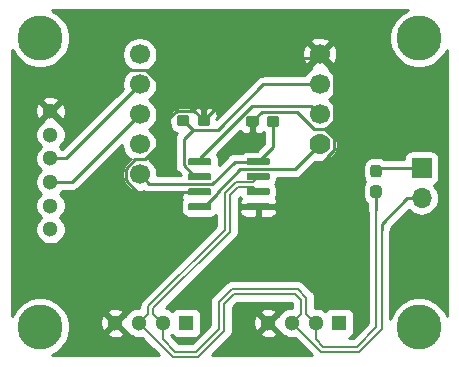
<source format=gbl>
G04 #@! TF.GenerationSoftware,KiCad,Pcbnew,(5.1.2)-1*
G04 #@! TF.CreationDate,2020-12-05T19:35:51+09:00*
G04 #@! TF.ProjectId,M5Atom_CAN,4d354174-6f6d-45f4-9341-4e2e6b696361,rev?*
G04 #@! TF.SameCoordinates,Original*
G04 #@! TF.FileFunction,Copper,L2,Bot*
G04 #@! TF.FilePolarity,Positive*
%FSLAX46Y46*%
G04 Gerber Fmt 4.6, Leading zero omitted, Abs format (unit mm)*
G04 Created by KiCad (PCBNEW (5.1.2)-1) date 2020-12-05 19:35:51*
%MOMM*%
%LPD*%
G04 APERTURE LIST*
%ADD10C,1.300000*%
%ADD11R,1.300000X1.300000*%
%ADD12O,1.700000X1.700000*%
%ADD13R,1.700000X1.700000*%
%ADD14C,0.100000*%
%ADD15C,0.950000*%
%ADD16C,1.700000*%
%ADD17C,1.776200*%
%ADD18C,0.600000*%
%ADD19C,3.800000*%
%ADD20C,0.250000*%
%ADD21C,0.200000*%
%ADD22C,0.254000*%
G04 APERTURE END LIST*
D10*
X153385000Y-136334000D03*
X155385000Y-136334000D03*
X157385000Y-136334000D03*
D11*
X159385000Y-136334000D03*
D12*
X166370000Y-125755000D03*
D13*
X166370000Y-123215000D03*
D14*
G36*
X162757279Y-124698144D02*
G01*
X162780334Y-124701563D01*
X162802943Y-124707227D01*
X162824887Y-124715079D01*
X162845957Y-124725044D01*
X162865948Y-124737026D01*
X162884668Y-124750910D01*
X162901938Y-124766562D01*
X162917590Y-124783832D01*
X162931474Y-124802552D01*
X162943456Y-124822543D01*
X162953421Y-124843613D01*
X162961273Y-124865557D01*
X162966937Y-124888166D01*
X162970356Y-124911221D01*
X162971500Y-124934500D01*
X162971500Y-125509500D01*
X162970356Y-125532779D01*
X162966937Y-125555834D01*
X162961273Y-125578443D01*
X162953421Y-125600387D01*
X162943456Y-125621457D01*
X162931474Y-125641448D01*
X162917590Y-125660168D01*
X162901938Y-125677438D01*
X162884668Y-125693090D01*
X162865948Y-125706974D01*
X162845957Y-125718956D01*
X162824887Y-125728921D01*
X162802943Y-125736773D01*
X162780334Y-125742437D01*
X162757279Y-125745856D01*
X162734000Y-125747000D01*
X162259000Y-125747000D01*
X162235721Y-125745856D01*
X162212666Y-125742437D01*
X162190057Y-125736773D01*
X162168113Y-125728921D01*
X162147043Y-125718956D01*
X162127052Y-125706974D01*
X162108332Y-125693090D01*
X162091062Y-125677438D01*
X162075410Y-125660168D01*
X162061526Y-125641448D01*
X162049544Y-125621457D01*
X162039579Y-125600387D01*
X162031727Y-125578443D01*
X162026063Y-125555834D01*
X162022644Y-125532779D01*
X162021500Y-125509500D01*
X162021500Y-124934500D01*
X162022644Y-124911221D01*
X162026063Y-124888166D01*
X162031727Y-124865557D01*
X162039579Y-124843613D01*
X162049544Y-124822543D01*
X162061526Y-124802552D01*
X162075410Y-124783832D01*
X162091062Y-124766562D01*
X162108332Y-124750910D01*
X162127052Y-124737026D01*
X162147043Y-124725044D01*
X162168113Y-124715079D01*
X162190057Y-124707227D01*
X162212666Y-124701563D01*
X162235721Y-124698144D01*
X162259000Y-124697000D01*
X162734000Y-124697000D01*
X162757279Y-124698144D01*
X162757279Y-124698144D01*
G37*
D15*
X162496500Y-125222000D03*
D14*
G36*
X162757279Y-122948144D02*
G01*
X162780334Y-122951563D01*
X162802943Y-122957227D01*
X162824887Y-122965079D01*
X162845957Y-122975044D01*
X162865948Y-122987026D01*
X162884668Y-123000910D01*
X162901938Y-123016562D01*
X162917590Y-123033832D01*
X162931474Y-123052552D01*
X162943456Y-123072543D01*
X162953421Y-123093613D01*
X162961273Y-123115557D01*
X162966937Y-123138166D01*
X162970356Y-123161221D01*
X162971500Y-123184500D01*
X162971500Y-123759500D01*
X162970356Y-123782779D01*
X162966937Y-123805834D01*
X162961273Y-123828443D01*
X162953421Y-123850387D01*
X162943456Y-123871457D01*
X162931474Y-123891448D01*
X162917590Y-123910168D01*
X162901938Y-123927438D01*
X162884668Y-123943090D01*
X162865948Y-123956974D01*
X162845957Y-123968956D01*
X162824887Y-123978921D01*
X162802943Y-123986773D01*
X162780334Y-123992437D01*
X162757279Y-123995856D01*
X162734000Y-123997000D01*
X162259000Y-123997000D01*
X162235721Y-123995856D01*
X162212666Y-123992437D01*
X162190057Y-123986773D01*
X162168113Y-123978921D01*
X162147043Y-123968956D01*
X162127052Y-123956974D01*
X162108332Y-123943090D01*
X162091062Y-123927438D01*
X162075410Y-123910168D01*
X162061526Y-123891448D01*
X162049544Y-123871457D01*
X162039579Y-123850387D01*
X162031727Y-123828443D01*
X162026063Y-123805834D01*
X162022644Y-123782779D01*
X162021500Y-123759500D01*
X162021500Y-123184500D01*
X162022644Y-123161221D01*
X162026063Y-123138166D01*
X162031727Y-123115557D01*
X162039579Y-123093613D01*
X162049544Y-123072543D01*
X162061526Y-123052552D01*
X162075410Y-123033832D01*
X162091062Y-123016562D01*
X162108332Y-123000910D01*
X162127052Y-122987026D01*
X162147043Y-122975044D01*
X162168113Y-122965079D01*
X162190057Y-122957227D01*
X162212666Y-122951563D01*
X162235721Y-122948144D01*
X162259000Y-122947000D01*
X162734000Y-122947000D01*
X162757279Y-122948144D01*
X162757279Y-122948144D01*
G37*
D15*
X162496500Y-123472000D03*
D16*
X142494000Y-123762000D03*
X142494000Y-121222000D03*
X142494000Y-118682000D03*
X142494000Y-116142000D03*
X142494000Y-113602000D03*
X157734000Y-113602000D03*
X157734000Y-116142000D03*
X157734000Y-118682000D03*
D17*
X157734000Y-121222000D03*
D14*
G36*
X153364703Y-126192722D02*
G01*
X153379264Y-126194882D01*
X153393543Y-126198459D01*
X153407403Y-126203418D01*
X153420710Y-126209712D01*
X153433336Y-126217280D01*
X153445159Y-126226048D01*
X153456066Y-126235934D01*
X153465952Y-126246841D01*
X153474720Y-126258664D01*
X153482288Y-126271290D01*
X153488582Y-126284597D01*
X153493541Y-126298457D01*
X153497118Y-126312736D01*
X153499278Y-126327297D01*
X153500000Y-126342000D01*
X153500000Y-126642000D01*
X153499278Y-126656703D01*
X153497118Y-126671264D01*
X153493541Y-126685543D01*
X153488582Y-126699403D01*
X153482288Y-126712710D01*
X153474720Y-126725336D01*
X153465952Y-126737159D01*
X153456066Y-126748066D01*
X153445159Y-126757952D01*
X153433336Y-126766720D01*
X153420710Y-126774288D01*
X153407403Y-126780582D01*
X153393543Y-126785541D01*
X153379264Y-126789118D01*
X153364703Y-126791278D01*
X153350000Y-126792000D01*
X151700000Y-126792000D01*
X151685297Y-126791278D01*
X151670736Y-126789118D01*
X151656457Y-126785541D01*
X151642597Y-126780582D01*
X151629290Y-126774288D01*
X151616664Y-126766720D01*
X151604841Y-126757952D01*
X151593934Y-126748066D01*
X151584048Y-126737159D01*
X151575280Y-126725336D01*
X151567712Y-126712710D01*
X151561418Y-126699403D01*
X151556459Y-126685543D01*
X151552882Y-126671264D01*
X151550722Y-126656703D01*
X151550000Y-126642000D01*
X151550000Y-126342000D01*
X151550722Y-126327297D01*
X151552882Y-126312736D01*
X151556459Y-126298457D01*
X151561418Y-126284597D01*
X151567712Y-126271290D01*
X151575280Y-126258664D01*
X151584048Y-126246841D01*
X151593934Y-126235934D01*
X151604841Y-126226048D01*
X151616664Y-126217280D01*
X151629290Y-126209712D01*
X151642597Y-126203418D01*
X151656457Y-126198459D01*
X151670736Y-126194882D01*
X151685297Y-126192722D01*
X151700000Y-126192000D01*
X153350000Y-126192000D01*
X153364703Y-126192722D01*
X153364703Y-126192722D01*
G37*
D18*
X152525000Y-126492000D03*
D14*
G36*
X153364703Y-124922722D02*
G01*
X153379264Y-124924882D01*
X153393543Y-124928459D01*
X153407403Y-124933418D01*
X153420710Y-124939712D01*
X153433336Y-124947280D01*
X153445159Y-124956048D01*
X153456066Y-124965934D01*
X153465952Y-124976841D01*
X153474720Y-124988664D01*
X153482288Y-125001290D01*
X153488582Y-125014597D01*
X153493541Y-125028457D01*
X153497118Y-125042736D01*
X153499278Y-125057297D01*
X153500000Y-125072000D01*
X153500000Y-125372000D01*
X153499278Y-125386703D01*
X153497118Y-125401264D01*
X153493541Y-125415543D01*
X153488582Y-125429403D01*
X153482288Y-125442710D01*
X153474720Y-125455336D01*
X153465952Y-125467159D01*
X153456066Y-125478066D01*
X153445159Y-125487952D01*
X153433336Y-125496720D01*
X153420710Y-125504288D01*
X153407403Y-125510582D01*
X153393543Y-125515541D01*
X153379264Y-125519118D01*
X153364703Y-125521278D01*
X153350000Y-125522000D01*
X151700000Y-125522000D01*
X151685297Y-125521278D01*
X151670736Y-125519118D01*
X151656457Y-125515541D01*
X151642597Y-125510582D01*
X151629290Y-125504288D01*
X151616664Y-125496720D01*
X151604841Y-125487952D01*
X151593934Y-125478066D01*
X151584048Y-125467159D01*
X151575280Y-125455336D01*
X151567712Y-125442710D01*
X151561418Y-125429403D01*
X151556459Y-125415543D01*
X151552882Y-125401264D01*
X151550722Y-125386703D01*
X151550000Y-125372000D01*
X151550000Y-125072000D01*
X151550722Y-125057297D01*
X151552882Y-125042736D01*
X151556459Y-125028457D01*
X151561418Y-125014597D01*
X151567712Y-125001290D01*
X151575280Y-124988664D01*
X151584048Y-124976841D01*
X151593934Y-124965934D01*
X151604841Y-124956048D01*
X151616664Y-124947280D01*
X151629290Y-124939712D01*
X151642597Y-124933418D01*
X151656457Y-124928459D01*
X151670736Y-124924882D01*
X151685297Y-124922722D01*
X151700000Y-124922000D01*
X153350000Y-124922000D01*
X153364703Y-124922722D01*
X153364703Y-124922722D01*
G37*
D18*
X152525000Y-125222000D03*
D14*
G36*
X153364703Y-123652722D02*
G01*
X153379264Y-123654882D01*
X153393543Y-123658459D01*
X153407403Y-123663418D01*
X153420710Y-123669712D01*
X153433336Y-123677280D01*
X153445159Y-123686048D01*
X153456066Y-123695934D01*
X153465952Y-123706841D01*
X153474720Y-123718664D01*
X153482288Y-123731290D01*
X153488582Y-123744597D01*
X153493541Y-123758457D01*
X153497118Y-123772736D01*
X153499278Y-123787297D01*
X153500000Y-123802000D01*
X153500000Y-124102000D01*
X153499278Y-124116703D01*
X153497118Y-124131264D01*
X153493541Y-124145543D01*
X153488582Y-124159403D01*
X153482288Y-124172710D01*
X153474720Y-124185336D01*
X153465952Y-124197159D01*
X153456066Y-124208066D01*
X153445159Y-124217952D01*
X153433336Y-124226720D01*
X153420710Y-124234288D01*
X153407403Y-124240582D01*
X153393543Y-124245541D01*
X153379264Y-124249118D01*
X153364703Y-124251278D01*
X153350000Y-124252000D01*
X151700000Y-124252000D01*
X151685297Y-124251278D01*
X151670736Y-124249118D01*
X151656457Y-124245541D01*
X151642597Y-124240582D01*
X151629290Y-124234288D01*
X151616664Y-124226720D01*
X151604841Y-124217952D01*
X151593934Y-124208066D01*
X151584048Y-124197159D01*
X151575280Y-124185336D01*
X151567712Y-124172710D01*
X151561418Y-124159403D01*
X151556459Y-124145543D01*
X151552882Y-124131264D01*
X151550722Y-124116703D01*
X151550000Y-124102000D01*
X151550000Y-123802000D01*
X151550722Y-123787297D01*
X151552882Y-123772736D01*
X151556459Y-123758457D01*
X151561418Y-123744597D01*
X151567712Y-123731290D01*
X151575280Y-123718664D01*
X151584048Y-123706841D01*
X151593934Y-123695934D01*
X151604841Y-123686048D01*
X151616664Y-123677280D01*
X151629290Y-123669712D01*
X151642597Y-123663418D01*
X151656457Y-123658459D01*
X151670736Y-123654882D01*
X151685297Y-123652722D01*
X151700000Y-123652000D01*
X153350000Y-123652000D01*
X153364703Y-123652722D01*
X153364703Y-123652722D01*
G37*
D18*
X152525000Y-123952000D03*
D14*
G36*
X153364703Y-122382722D02*
G01*
X153379264Y-122384882D01*
X153393543Y-122388459D01*
X153407403Y-122393418D01*
X153420710Y-122399712D01*
X153433336Y-122407280D01*
X153445159Y-122416048D01*
X153456066Y-122425934D01*
X153465952Y-122436841D01*
X153474720Y-122448664D01*
X153482288Y-122461290D01*
X153488582Y-122474597D01*
X153493541Y-122488457D01*
X153497118Y-122502736D01*
X153499278Y-122517297D01*
X153500000Y-122532000D01*
X153500000Y-122832000D01*
X153499278Y-122846703D01*
X153497118Y-122861264D01*
X153493541Y-122875543D01*
X153488582Y-122889403D01*
X153482288Y-122902710D01*
X153474720Y-122915336D01*
X153465952Y-122927159D01*
X153456066Y-122938066D01*
X153445159Y-122947952D01*
X153433336Y-122956720D01*
X153420710Y-122964288D01*
X153407403Y-122970582D01*
X153393543Y-122975541D01*
X153379264Y-122979118D01*
X153364703Y-122981278D01*
X153350000Y-122982000D01*
X151700000Y-122982000D01*
X151685297Y-122981278D01*
X151670736Y-122979118D01*
X151656457Y-122975541D01*
X151642597Y-122970582D01*
X151629290Y-122964288D01*
X151616664Y-122956720D01*
X151604841Y-122947952D01*
X151593934Y-122938066D01*
X151584048Y-122927159D01*
X151575280Y-122915336D01*
X151567712Y-122902710D01*
X151561418Y-122889403D01*
X151556459Y-122875543D01*
X151552882Y-122861264D01*
X151550722Y-122846703D01*
X151550000Y-122832000D01*
X151550000Y-122532000D01*
X151550722Y-122517297D01*
X151552882Y-122502736D01*
X151556459Y-122488457D01*
X151561418Y-122474597D01*
X151567712Y-122461290D01*
X151575280Y-122448664D01*
X151584048Y-122436841D01*
X151593934Y-122425934D01*
X151604841Y-122416048D01*
X151616664Y-122407280D01*
X151629290Y-122399712D01*
X151642597Y-122393418D01*
X151656457Y-122388459D01*
X151670736Y-122384882D01*
X151685297Y-122382722D01*
X151700000Y-122382000D01*
X153350000Y-122382000D01*
X153364703Y-122382722D01*
X153364703Y-122382722D01*
G37*
D18*
X152525000Y-122682000D03*
D14*
G36*
X148414703Y-122382722D02*
G01*
X148429264Y-122384882D01*
X148443543Y-122388459D01*
X148457403Y-122393418D01*
X148470710Y-122399712D01*
X148483336Y-122407280D01*
X148495159Y-122416048D01*
X148506066Y-122425934D01*
X148515952Y-122436841D01*
X148524720Y-122448664D01*
X148532288Y-122461290D01*
X148538582Y-122474597D01*
X148543541Y-122488457D01*
X148547118Y-122502736D01*
X148549278Y-122517297D01*
X148550000Y-122532000D01*
X148550000Y-122832000D01*
X148549278Y-122846703D01*
X148547118Y-122861264D01*
X148543541Y-122875543D01*
X148538582Y-122889403D01*
X148532288Y-122902710D01*
X148524720Y-122915336D01*
X148515952Y-122927159D01*
X148506066Y-122938066D01*
X148495159Y-122947952D01*
X148483336Y-122956720D01*
X148470710Y-122964288D01*
X148457403Y-122970582D01*
X148443543Y-122975541D01*
X148429264Y-122979118D01*
X148414703Y-122981278D01*
X148400000Y-122982000D01*
X146750000Y-122982000D01*
X146735297Y-122981278D01*
X146720736Y-122979118D01*
X146706457Y-122975541D01*
X146692597Y-122970582D01*
X146679290Y-122964288D01*
X146666664Y-122956720D01*
X146654841Y-122947952D01*
X146643934Y-122938066D01*
X146634048Y-122927159D01*
X146625280Y-122915336D01*
X146617712Y-122902710D01*
X146611418Y-122889403D01*
X146606459Y-122875543D01*
X146602882Y-122861264D01*
X146600722Y-122846703D01*
X146600000Y-122832000D01*
X146600000Y-122532000D01*
X146600722Y-122517297D01*
X146602882Y-122502736D01*
X146606459Y-122488457D01*
X146611418Y-122474597D01*
X146617712Y-122461290D01*
X146625280Y-122448664D01*
X146634048Y-122436841D01*
X146643934Y-122425934D01*
X146654841Y-122416048D01*
X146666664Y-122407280D01*
X146679290Y-122399712D01*
X146692597Y-122393418D01*
X146706457Y-122388459D01*
X146720736Y-122384882D01*
X146735297Y-122382722D01*
X146750000Y-122382000D01*
X148400000Y-122382000D01*
X148414703Y-122382722D01*
X148414703Y-122382722D01*
G37*
D18*
X147575000Y-122682000D03*
D14*
G36*
X148414703Y-123652722D02*
G01*
X148429264Y-123654882D01*
X148443543Y-123658459D01*
X148457403Y-123663418D01*
X148470710Y-123669712D01*
X148483336Y-123677280D01*
X148495159Y-123686048D01*
X148506066Y-123695934D01*
X148515952Y-123706841D01*
X148524720Y-123718664D01*
X148532288Y-123731290D01*
X148538582Y-123744597D01*
X148543541Y-123758457D01*
X148547118Y-123772736D01*
X148549278Y-123787297D01*
X148550000Y-123802000D01*
X148550000Y-124102000D01*
X148549278Y-124116703D01*
X148547118Y-124131264D01*
X148543541Y-124145543D01*
X148538582Y-124159403D01*
X148532288Y-124172710D01*
X148524720Y-124185336D01*
X148515952Y-124197159D01*
X148506066Y-124208066D01*
X148495159Y-124217952D01*
X148483336Y-124226720D01*
X148470710Y-124234288D01*
X148457403Y-124240582D01*
X148443543Y-124245541D01*
X148429264Y-124249118D01*
X148414703Y-124251278D01*
X148400000Y-124252000D01*
X146750000Y-124252000D01*
X146735297Y-124251278D01*
X146720736Y-124249118D01*
X146706457Y-124245541D01*
X146692597Y-124240582D01*
X146679290Y-124234288D01*
X146666664Y-124226720D01*
X146654841Y-124217952D01*
X146643934Y-124208066D01*
X146634048Y-124197159D01*
X146625280Y-124185336D01*
X146617712Y-124172710D01*
X146611418Y-124159403D01*
X146606459Y-124145543D01*
X146602882Y-124131264D01*
X146600722Y-124116703D01*
X146600000Y-124102000D01*
X146600000Y-123802000D01*
X146600722Y-123787297D01*
X146602882Y-123772736D01*
X146606459Y-123758457D01*
X146611418Y-123744597D01*
X146617712Y-123731290D01*
X146625280Y-123718664D01*
X146634048Y-123706841D01*
X146643934Y-123695934D01*
X146654841Y-123686048D01*
X146666664Y-123677280D01*
X146679290Y-123669712D01*
X146692597Y-123663418D01*
X146706457Y-123658459D01*
X146720736Y-123654882D01*
X146735297Y-123652722D01*
X146750000Y-123652000D01*
X148400000Y-123652000D01*
X148414703Y-123652722D01*
X148414703Y-123652722D01*
G37*
D18*
X147575000Y-123952000D03*
D14*
G36*
X148414703Y-124922722D02*
G01*
X148429264Y-124924882D01*
X148443543Y-124928459D01*
X148457403Y-124933418D01*
X148470710Y-124939712D01*
X148483336Y-124947280D01*
X148495159Y-124956048D01*
X148506066Y-124965934D01*
X148515952Y-124976841D01*
X148524720Y-124988664D01*
X148532288Y-125001290D01*
X148538582Y-125014597D01*
X148543541Y-125028457D01*
X148547118Y-125042736D01*
X148549278Y-125057297D01*
X148550000Y-125072000D01*
X148550000Y-125372000D01*
X148549278Y-125386703D01*
X148547118Y-125401264D01*
X148543541Y-125415543D01*
X148538582Y-125429403D01*
X148532288Y-125442710D01*
X148524720Y-125455336D01*
X148515952Y-125467159D01*
X148506066Y-125478066D01*
X148495159Y-125487952D01*
X148483336Y-125496720D01*
X148470710Y-125504288D01*
X148457403Y-125510582D01*
X148443543Y-125515541D01*
X148429264Y-125519118D01*
X148414703Y-125521278D01*
X148400000Y-125522000D01*
X146750000Y-125522000D01*
X146735297Y-125521278D01*
X146720736Y-125519118D01*
X146706457Y-125515541D01*
X146692597Y-125510582D01*
X146679290Y-125504288D01*
X146666664Y-125496720D01*
X146654841Y-125487952D01*
X146643934Y-125478066D01*
X146634048Y-125467159D01*
X146625280Y-125455336D01*
X146617712Y-125442710D01*
X146611418Y-125429403D01*
X146606459Y-125415543D01*
X146602882Y-125401264D01*
X146600722Y-125386703D01*
X146600000Y-125372000D01*
X146600000Y-125072000D01*
X146600722Y-125057297D01*
X146602882Y-125042736D01*
X146606459Y-125028457D01*
X146611418Y-125014597D01*
X146617712Y-125001290D01*
X146625280Y-124988664D01*
X146634048Y-124976841D01*
X146643934Y-124965934D01*
X146654841Y-124956048D01*
X146666664Y-124947280D01*
X146679290Y-124939712D01*
X146692597Y-124933418D01*
X146706457Y-124928459D01*
X146720736Y-124924882D01*
X146735297Y-124922722D01*
X146750000Y-124922000D01*
X148400000Y-124922000D01*
X148414703Y-124922722D01*
X148414703Y-124922722D01*
G37*
D18*
X147575000Y-125222000D03*
D14*
G36*
X148414703Y-126192722D02*
G01*
X148429264Y-126194882D01*
X148443543Y-126198459D01*
X148457403Y-126203418D01*
X148470710Y-126209712D01*
X148483336Y-126217280D01*
X148495159Y-126226048D01*
X148506066Y-126235934D01*
X148515952Y-126246841D01*
X148524720Y-126258664D01*
X148532288Y-126271290D01*
X148538582Y-126284597D01*
X148543541Y-126298457D01*
X148547118Y-126312736D01*
X148549278Y-126327297D01*
X148550000Y-126342000D01*
X148550000Y-126642000D01*
X148549278Y-126656703D01*
X148547118Y-126671264D01*
X148543541Y-126685543D01*
X148538582Y-126699403D01*
X148532288Y-126712710D01*
X148524720Y-126725336D01*
X148515952Y-126737159D01*
X148506066Y-126748066D01*
X148495159Y-126757952D01*
X148483336Y-126766720D01*
X148470710Y-126774288D01*
X148457403Y-126780582D01*
X148443543Y-126785541D01*
X148429264Y-126789118D01*
X148414703Y-126791278D01*
X148400000Y-126792000D01*
X146750000Y-126792000D01*
X146735297Y-126791278D01*
X146720736Y-126789118D01*
X146706457Y-126785541D01*
X146692597Y-126780582D01*
X146679290Y-126774288D01*
X146666664Y-126766720D01*
X146654841Y-126757952D01*
X146643934Y-126748066D01*
X146634048Y-126737159D01*
X146625280Y-126725336D01*
X146617712Y-126712710D01*
X146611418Y-126699403D01*
X146606459Y-126685543D01*
X146602882Y-126671264D01*
X146600722Y-126656703D01*
X146600000Y-126642000D01*
X146600000Y-126342000D01*
X146600722Y-126327297D01*
X146602882Y-126312736D01*
X146606459Y-126298457D01*
X146611418Y-126284597D01*
X146617712Y-126271290D01*
X146625280Y-126258664D01*
X146634048Y-126246841D01*
X146643934Y-126235934D01*
X146654841Y-126226048D01*
X146666664Y-126217280D01*
X146679290Y-126209712D01*
X146692597Y-126203418D01*
X146706457Y-126198459D01*
X146720736Y-126194882D01*
X146735297Y-126192722D01*
X146750000Y-126192000D01*
X148400000Y-126192000D01*
X148414703Y-126192722D01*
X148414703Y-126192722D01*
G37*
D18*
X147575000Y-126492000D03*
D14*
G36*
X152343779Y-118779144D02*
G01*
X152366834Y-118782563D01*
X152389443Y-118788227D01*
X152411387Y-118796079D01*
X152432457Y-118806044D01*
X152452448Y-118818026D01*
X152471168Y-118831910D01*
X152488438Y-118847562D01*
X152504090Y-118864832D01*
X152517974Y-118883552D01*
X152529956Y-118903543D01*
X152539921Y-118924613D01*
X152547773Y-118946557D01*
X152553437Y-118969166D01*
X152556856Y-118992221D01*
X152558000Y-119015500D01*
X152558000Y-119490500D01*
X152556856Y-119513779D01*
X152553437Y-119536834D01*
X152547773Y-119559443D01*
X152539921Y-119581387D01*
X152529956Y-119602457D01*
X152517974Y-119622448D01*
X152504090Y-119641168D01*
X152488438Y-119658438D01*
X152471168Y-119674090D01*
X152452448Y-119687974D01*
X152432457Y-119699956D01*
X152411387Y-119709921D01*
X152389443Y-119717773D01*
X152366834Y-119723437D01*
X152343779Y-119726856D01*
X152320500Y-119728000D01*
X151745500Y-119728000D01*
X151722221Y-119726856D01*
X151699166Y-119723437D01*
X151676557Y-119717773D01*
X151654613Y-119709921D01*
X151633543Y-119699956D01*
X151613552Y-119687974D01*
X151594832Y-119674090D01*
X151577562Y-119658438D01*
X151561910Y-119641168D01*
X151548026Y-119622448D01*
X151536044Y-119602457D01*
X151526079Y-119581387D01*
X151518227Y-119559443D01*
X151512563Y-119536834D01*
X151509144Y-119513779D01*
X151508000Y-119490500D01*
X151508000Y-119015500D01*
X151509144Y-118992221D01*
X151512563Y-118969166D01*
X151518227Y-118946557D01*
X151526079Y-118924613D01*
X151536044Y-118903543D01*
X151548026Y-118883552D01*
X151561910Y-118864832D01*
X151577562Y-118847562D01*
X151594832Y-118831910D01*
X151613552Y-118818026D01*
X151633543Y-118806044D01*
X151654613Y-118796079D01*
X151676557Y-118788227D01*
X151699166Y-118782563D01*
X151722221Y-118779144D01*
X151745500Y-118778000D01*
X152320500Y-118778000D01*
X152343779Y-118779144D01*
X152343779Y-118779144D01*
G37*
D15*
X152033000Y-119253000D03*
D14*
G36*
X154093779Y-118779144D02*
G01*
X154116834Y-118782563D01*
X154139443Y-118788227D01*
X154161387Y-118796079D01*
X154182457Y-118806044D01*
X154202448Y-118818026D01*
X154221168Y-118831910D01*
X154238438Y-118847562D01*
X154254090Y-118864832D01*
X154267974Y-118883552D01*
X154279956Y-118903543D01*
X154289921Y-118924613D01*
X154297773Y-118946557D01*
X154303437Y-118969166D01*
X154306856Y-118992221D01*
X154308000Y-119015500D01*
X154308000Y-119490500D01*
X154306856Y-119513779D01*
X154303437Y-119536834D01*
X154297773Y-119559443D01*
X154289921Y-119581387D01*
X154279956Y-119602457D01*
X154267974Y-119622448D01*
X154254090Y-119641168D01*
X154238438Y-119658438D01*
X154221168Y-119674090D01*
X154202448Y-119687974D01*
X154182457Y-119699956D01*
X154161387Y-119709921D01*
X154139443Y-119717773D01*
X154116834Y-119723437D01*
X154093779Y-119726856D01*
X154070500Y-119728000D01*
X153495500Y-119728000D01*
X153472221Y-119726856D01*
X153449166Y-119723437D01*
X153426557Y-119717773D01*
X153404613Y-119709921D01*
X153383543Y-119699956D01*
X153363552Y-119687974D01*
X153344832Y-119674090D01*
X153327562Y-119658438D01*
X153311910Y-119641168D01*
X153298026Y-119622448D01*
X153286044Y-119602457D01*
X153276079Y-119581387D01*
X153268227Y-119559443D01*
X153262563Y-119536834D01*
X153259144Y-119513779D01*
X153258000Y-119490500D01*
X153258000Y-119015500D01*
X153259144Y-118992221D01*
X153262563Y-118969166D01*
X153268227Y-118946557D01*
X153276079Y-118924613D01*
X153286044Y-118903543D01*
X153298026Y-118883552D01*
X153311910Y-118864832D01*
X153327562Y-118847562D01*
X153344832Y-118831910D01*
X153363552Y-118818026D01*
X153383543Y-118806044D01*
X153404613Y-118796079D01*
X153426557Y-118788227D01*
X153449166Y-118782563D01*
X153472221Y-118779144D01*
X153495500Y-118778000D01*
X154070500Y-118778000D01*
X154093779Y-118779144D01*
X154093779Y-118779144D01*
G37*
D15*
X153783000Y-119253000D03*
D19*
X134064000Y-112220000D03*
X166164000Y-112220000D03*
X166164000Y-136700000D03*
X134064000Y-136700000D03*
D10*
X134938000Y-118397000D03*
X134938000Y-120397000D03*
X134938000Y-122397000D03*
X134938000Y-124397000D03*
X134938000Y-126397000D03*
X134938000Y-128397000D03*
X140431000Y-136334000D03*
X142431000Y-136334000D03*
X144431000Y-136334000D03*
D11*
X146431000Y-136334000D03*
D14*
G36*
X148237779Y-118716144D02*
G01*
X148260834Y-118719563D01*
X148283443Y-118725227D01*
X148305387Y-118733079D01*
X148326457Y-118743044D01*
X148346448Y-118755026D01*
X148365168Y-118768910D01*
X148382438Y-118784562D01*
X148398090Y-118801832D01*
X148411974Y-118820552D01*
X148423956Y-118840543D01*
X148433921Y-118861613D01*
X148441773Y-118883557D01*
X148447437Y-118906166D01*
X148450856Y-118929221D01*
X148452000Y-118952500D01*
X148452000Y-119427500D01*
X148450856Y-119450779D01*
X148447437Y-119473834D01*
X148441773Y-119496443D01*
X148433921Y-119518387D01*
X148423956Y-119539457D01*
X148411974Y-119559448D01*
X148398090Y-119578168D01*
X148382438Y-119595438D01*
X148365168Y-119611090D01*
X148346448Y-119624974D01*
X148326457Y-119636956D01*
X148305387Y-119646921D01*
X148283443Y-119654773D01*
X148260834Y-119660437D01*
X148237779Y-119663856D01*
X148214500Y-119665000D01*
X147639500Y-119665000D01*
X147616221Y-119663856D01*
X147593166Y-119660437D01*
X147570557Y-119654773D01*
X147548613Y-119646921D01*
X147527543Y-119636956D01*
X147507552Y-119624974D01*
X147488832Y-119611090D01*
X147471562Y-119595438D01*
X147455910Y-119578168D01*
X147442026Y-119559448D01*
X147430044Y-119539457D01*
X147420079Y-119518387D01*
X147412227Y-119496443D01*
X147406563Y-119473834D01*
X147403144Y-119450779D01*
X147402000Y-119427500D01*
X147402000Y-118952500D01*
X147403144Y-118929221D01*
X147406563Y-118906166D01*
X147412227Y-118883557D01*
X147420079Y-118861613D01*
X147430044Y-118840543D01*
X147442026Y-118820552D01*
X147455910Y-118801832D01*
X147471562Y-118784562D01*
X147488832Y-118768910D01*
X147507552Y-118755026D01*
X147527543Y-118743044D01*
X147548613Y-118733079D01*
X147570557Y-118725227D01*
X147593166Y-118719563D01*
X147616221Y-118716144D01*
X147639500Y-118715000D01*
X148214500Y-118715000D01*
X148237779Y-118716144D01*
X148237779Y-118716144D01*
G37*
D15*
X147927000Y-119190000D03*
D14*
G36*
X146487779Y-118716144D02*
G01*
X146510834Y-118719563D01*
X146533443Y-118725227D01*
X146555387Y-118733079D01*
X146576457Y-118743044D01*
X146596448Y-118755026D01*
X146615168Y-118768910D01*
X146632438Y-118784562D01*
X146648090Y-118801832D01*
X146661974Y-118820552D01*
X146673956Y-118840543D01*
X146683921Y-118861613D01*
X146691773Y-118883557D01*
X146697437Y-118906166D01*
X146700856Y-118929221D01*
X146702000Y-118952500D01*
X146702000Y-119427500D01*
X146700856Y-119450779D01*
X146697437Y-119473834D01*
X146691773Y-119496443D01*
X146683921Y-119518387D01*
X146673956Y-119539457D01*
X146661974Y-119559448D01*
X146648090Y-119578168D01*
X146632438Y-119595438D01*
X146615168Y-119611090D01*
X146596448Y-119624974D01*
X146576457Y-119636956D01*
X146555387Y-119646921D01*
X146533443Y-119654773D01*
X146510834Y-119660437D01*
X146487779Y-119663856D01*
X146464500Y-119665000D01*
X145889500Y-119665000D01*
X145866221Y-119663856D01*
X145843166Y-119660437D01*
X145820557Y-119654773D01*
X145798613Y-119646921D01*
X145777543Y-119636956D01*
X145757552Y-119624974D01*
X145738832Y-119611090D01*
X145721562Y-119595438D01*
X145705910Y-119578168D01*
X145692026Y-119559448D01*
X145680044Y-119539457D01*
X145670079Y-119518387D01*
X145662227Y-119496443D01*
X145656563Y-119473834D01*
X145653144Y-119450779D01*
X145652000Y-119427500D01*
X145652000Y-118952500D01*
X145653144Y-118929221D01*
X145656563Y-118906166D01*
X145662227Y-118883557D01*
X145670079Y-118861613D01*
X145680044Y-118840543D01*
X145692026Y-118820552D01*
X145705910Y-118801832D01*
X145721562Y-118784562D01*
X145738832Y-118768910D01*
X145757552Y-118755026D01*
X145777543Y-118743044D01*
X145798613Y-118733079D01*
X145820557Y-118725227D01*
X145843166Y-118719563D01*
X145866221Y-118716144D01*
X145889500Y-118715000D01*
X146464500Y-118715000D01*
X146487779Y-118716144D01*
X146487779Y-118716144D01*
G37*
D15*
X146177000Y-119190000D03*
D20*
X158228700Y-119925000D02*
X158913900Y-119239800D01*
X158913900Y-119239800D02*
X158913900Y-115081000D01*
X158913900Y-115081000D02*
X157734000Y-113901100D01*
X152033000Y-119253000D02*
X152834700Y-118451300D01*
X152834700Y-118451300D02*
X155801100Y-118451300D01*
X155801100Y-118451300D02*
X157274800Y-119925000D01*
X157274800Y-119925000D02*
X158228700Y-119925000D01*
X158228700Y-119925000D02*
X158987700Y-120684000D01*
X158987700Y-120684000D02*
X158987700Y-121700300D01*
X158987700Y-121700300D02*
X154196000Y-126492000D01*
X154196000Y-126492000D02*
X152525000Y-126492000D01*
X142286600Y-125222000D02*
X141318600Y-124254000D01*
X141318600Y-124254000D02*
X141318600Y-123273200D01*
X141318600Y-123273200D02*
X142099800Y-122492000D01*
X142099800Y-122492000D02*
X142982700Y-122492000D01*
X142982700Y-122492000D02*
X144597400Y-120877300D01*
X144597400Y-120877300D02*
X144597400Y-119400100D01*
X144597400Y-119400100D02*
X145640800Y-118356700D01*
X147575000Y-125222000D02*
X142286600Y-125222000D01*
X142286600Y-125222000D02*
X142286600Y-134478400D01*
X142286600Y-134478400D02*
X140431000Y-136334000D01*
X145640800Y-118356700D02*
X147093700Y-118356700D01*
X147093700Y-118356700D02*
X147927000Y-119190000D01*
X134938000Y-118397000D02*
X138402200Y-114932800D01*
X138402200Y-114932800D02*
X143021000Y-114932800D01*
X143021000Y-114932800D02*
X145640800Y-117552600D01*
X145640800Y-117552600D02*
X145640800Y-118356700D01*
X157734000Y-113901100D02*
X153215900Y-113901100D01*
X153215900Y-113901100D02*
X147927000Y-119190000D01*
X157734000Y-113602000D02*
X157734000Y-113901100D01*
X152525000Y-122682000D02*
X150547900Y-122682000D01*
X150547900Y-122682000D02*
X148642900Y-124587000D01*
X148642900Y-124587000D02*
X143319000Y-124587000D01*
X143319000Y-124587000D02*
X142494000Y-123762000D01*
X153783000Y-119253000D02*
X153783000Y-121424000D01*
X153783000Y-121424000D02*
X152525000Y-122682000D01*
X146989800Y-120002800D02*
X146177000Y-119190000D01*
X157734000Y-116142000D02*
X152964700Y-116142000D01*
X152964700Y-116142000D02*
X149103900Y-120002800D01*
X149103900Y-120002800D02*
X146989800Y-120002800D01*
X147575000Y-123952000D02*
X147195800Y-123952000D01*
X147195800Y-123952000D02*
X146232200Y-122988400D01*
X146232200Y-122988400D02*
X146232200Y-120760400D01*
X146232200Y-120760400D02*
X146989800Y-120002800D01*
X134938000Y-122397000D02*
X136239000Y-122397000D01*
X136239000Y-122397000D02*
X142494000Y-116142000D01*
X134938000Y-124397000D02*
X136779000Y-124397000D01*
X136779000Y-124397000D02*
X142494000Y-118682000D01*
X157734000Y-118682000D02*
X157043900Y-117991900D01*
X157043900Y-117991900D02*
X151969700Y-117991900D01*
X151969700Y-117991900D02*
X147575000Y-122386600D01*
X147575000Y-122386600D02*
X147575000Y-122682000D01*
X147575000Y-126492000D02*
X147952300Y-126492000D01*
X147952300Y-126492000D02*
X149012300Y-125432000D01*
X149012300Y-125432000D02*
X149012300Y-125321300D01*
X149012300Y-125321300D02*
X151016600Y-123317000D01*
X151016600Y-123317000D02*
X155639000Y-123317000D01*
X155639000Y-123317000D02*
X157734000Y-121222000D01*
D21*
X155385000Y-136334000D02*
X156160000Y-135559000D01*
X156160000Y-135559000D02*
X156160000Y-134380000D01*
X156160000Y-134380000D02*
X155672000Y-133892000D01*
X155672000Y-133892000D02*
X150461000Y-133892000D01*
X150461000Y-133892000D02*
X149640000Y-134713000D01*
X149640000Y-134713000D02*
X149640000Y-137021000D01*
X149640000Y-137021000D02*
X147435000Y-139226000D01*
X147435000Y-139226000D02*
X145324000Y-139226000D01*
X145324000Y-139226000D02*
X144113000Y-138016000D01*
X144113000Y-138016000D02*
X142431000Y-136334000D01*
X152525000Y-123952000D02*
X152115000Y-124362000D01*
X152115000Y-124362000D02*
X150656000Y-124362000D01*
X150656000Y-124362000D02*
X149698000Y-125319000D01*
X149698000Y-125319000D02*
X149698000Y-128431000D01*
X149698000Y-128431000D02*
X143206000Y-134923000D01*
X143206000Y-134923000D02*
X143206000Y-135559000D01*
X143206000Y-135559000D02*
X142431000Y-136334000D01*
X157833000Y-138782000D02*
X161065700Y-138782000D01*
X155385000Y-136334000D02*
X157833000Y-138782000D01*
X161065700Y-138782000D02*
X162975500Y-136872200D01*
D20*
X162975500Y-127947419D02*
X162975500Y-128426000D01*
X165167919Y-125755000D02*
X162975500Y-127947419D01*
X166370000Y-125755000D02*
X165167919Y-125755000D01*
D21*
X162975500Y-136872200D02*
X162975500Y-128426000D01*
X157385000Y-136334000D02*
X156610000Y-135559000D01*
X156610000Y-135559000D02*
X156610000Y-134194000D01*
X156610000Y-134194000D02*
X155859000Y-133442000D01*
X155859000Y-133442000D02*
X150275000Y-133442000D01*
X150275000Y-133442000D02*
X149190000Y-134527000D01*
X149190000Y-134527000D02*
X149190000Y-136834000D01*
X149190000Y-136834000D02*
X147248000Y-138776000D01*
X147248000Y-138776000D02*
X145510000Y-138776000D01*
X145510000Y-138776000D02*
X144431000Y-137698000D01*
X144431000Y-137698000D02*
X144431000Y-136334000D01*
X152525000Y-125222000D02*
X152115000Y-124812000D01*
X152115000Y-124812000D02*
X150842000Y-124812000D01*
X150842000Y-124812000D02*
X150148000Y-125506000D01*
X150148000Y-125506000D02*
X150148000Y-128617000D01*
X150148000Y-128617000D02*
X143656000Y-135110000D01*
X143656000Y-135110000D02*
X143656000Y-135559000D01*
X143656000Y-135559000D02*
X144431000Y-136334000D01*
X157385000Y-136334000D02*
X157385000Y-137697603D01*
X157385000Y-137697603D02*
X158019397Y-138332000D01*
X158019397Y-138332000D02*
X160879300Y-138332000D01*
X160879300Y-138332000D02*
X162525500Y-136685800D01*
X162525500Y-136685800D02*
X162525500Y-126746000D01*
D20*
X162525500Y-125876000D02*
X162525500Y-126746000D01*
X162496500Y-125847000D02*
X162525500Y-125876000D01*
X162496500Y-125222000D02*
X162496500Y-125847000D01*
X162753500Y-123215000D02*
X162496500Y-123472000D01*
X166370000Y-123215000D02*
X162753500Y-123215000D01*
D22*
G36*
X164963227Y-109973512D02*
G01*
X164548032Y-110250937D01*
X164194937Y-110604032D01*
X163917512Y-111019227D01*
X163726418Y-111480568D01*
X163629000Y-111970324D01*
X163629000Y-112469676D01*
X163726418Y-112959432D01*
X163917512Y-113420773D01*
X164194937Y-113835968D01*
X164548032Y-114189063D01*
X164963227Y-114466488D01*
X165424568Y-114657582D01*
X165914324Y-114755000D01*
X166413676Y-114755000D01*
X166903432Y-114657582D01*
X167364773Y-114466488D01*
X167779968Y-114189063D01*
X168133063Y-113835968D01*
X168410488Y-113420773D01*
X168504001Y-113195013D01*
X168504000Y-135724985D01*
X168410488Y-135499227D01*
X168133063Y-135084032D01*
X167779968Y-134730937D01*
X167364773Y-134453512D01*
X166903432Y-134262418D01*
X166413676Y-134165000D01*
X165914324Y-134165000D01*
X165424568Y-134262418D01*
X164963227Y-134453512D01*
X164548032Y-134730937D01*
X164194937Y-135084032D01*
X163917512Y-135499227D01*
X163726418Y-135960568D01*
X163710500Y-136040594D01*
X163710500Y-128621149D01*
X163724503Y-128574986D01*
X163735500Y-128463332D01*
X163735500Y-128262220D01*
X165257494Y-126740226D01*
X165314866Y-126810134D01*
X165540986Y-126995706D01*
X165798966Y-127133599D01*
X166078889Y-127218513D01*
X166297050Y-127240000D01*
X166442950Y-127240000D01*
X166661111Y-127218513D01*
X166941034Y-127133599D01*
X167199014Y-126995706D01*
X167425134Y-126810134D01*
X167610706Y-126584014D01*
X167748599Y-126326034D01*
X167833513Y-126046111D01*
X167862185Y-125755000D01*
X167833513Y-125463889D01*
X167748599Y-125183966D01*
X167610706Y-124925986D01*
X167425134Y-124699866D01*
X167395313Y-124675393D01*
X167464180Y-124654502D01*
X167574494Y-124595537D01*
X167671185Y-124516185D01*
X167750537Y-124419494D01*
X167809502Y-124309180D01*
X167845812Y-124189482D01*
X167858072Y-124065000D01*
X167858072Y-122365000D01*
X167845812Y-122240518D01*
X167809502Y-122120820D01*
X167750537Y-122010506D01*
X167671185Y-121913815D01*
X167574494Y-121834463D01*
X167464180Y-121775498D01*
X167344482Y-121739188D01*
X167220000Y-121726928D01*
X165520000Y-121726928D01*
X165395518Y-121739188D01*
X165275820Y-121775498D01*
X165165506Y-121834463D01*
X165068815Y-121913815D01*
X164989463Y-122010506D01*
X164930498Y-122120820D01*
X164894188Y-122240518D01*
X164881928Y-122365000D01*
X164881928Y-122455000D01*
X163217658Y-122455000D01*
X163069067Y-122375577D01*
X162904816Y-122325752D01*
X162734000Y-122308928D01*
X162259000Y-122308928D01*
X162088184Y-122325752D01*
X161923933Y-122375577D01*
X161772558Y-122456488D01*
X161639877Y-122565377D01*
X161530988Y-122698058D01*
X161450077Y-122849433D01*
X161400252Y-123013684D01*
X161383428Y-123184500D01*
X161383428Y-123759500D01*
X161400252Y-123930316D01*
X161450077Y-124094567D01*
X161530988Y-124245942D01*
X161613925Y-124347000D01*
X161530988Y-124448058D01*
X161450077Y-124599433D01*
X161400252Y-124763684D01*
X161383428Y-124934500D01*
X161383428Y-125509500D01*
X161400252Y-125680316D01*
X161450077Y-125844567D01*
X161530988Y-125995942D01*
X161639877Y-126128623D01*
X161765500Y-126231720D01*
X161765500Y-126783333D01*
X161776498Y-126894986D01*
X161790501Y-126941148D01*
X161790500Y-136381353D01*
X160574854Y-137597000D01*
X160201717Y-137597000D01*
X160279180Y-137573502D01*
X160389494Y-137514537D01*
X160486185Y-137435185D01*
X160565537Y-137338494D01*
X160624502Y-137228180D01*
X160660812Y-137108482D01*
X160673072Y-136984000D01*
X160673072Y-135684000D01*
X160660812Y-135559518D01*
X160624502Y-135439820D01*
X160565537Y-135329506D01*
X160486185Y-135232815D01*
X160389494Y-135153463D01*
X160279180Y-135094498D01*
X160159482Y-135058188D01*
X160035000Y-135045928D01*
X158735000Y-135045928D01*
X158610518Y-135058188D01*
X158490820Y-135094498D01*
X158380506Y-135153463D01*
X158283815Y-135232815D01*
X158204463Y-135329506D01*
X158201870Y-135334358D01*
X157993676Y-135195247D01*
X157759821Y-135098381D01*
X157511561Y-135049000D01*
X157345000Y-135049000D01*
X157345000Y-134230351D01*
X157348556Y-134194491D01*
X157345000Y-134158138D01*
X157345000Y-134157895D01*
X157341521Y-134122571D01*
X157334461Y-134050397D01*
X157334389Y-134050159D01*
X157334365Y-134049915D01*
X157313360Y-133980672D01*
X157292524Y-133911820D01*
X157292409Y-133911605D01*
X157292337Y-133911367D01*
X157258062Y-133847243D01*
X157224359Y-133784088D01*
X157224204Y-133783899D01*
X157224087Y-133783680D01*
X157178258Y-133727838D01*
X157155582Y-133700169D01*
X157155409Y-133699995D01*
X157132238Y-133671762D01*
X157104383Y-133648902D01*
X156404413Y-132948000D01*
X156381238Y-132919762D01*
X156324604Y-132873284D01*
X156269728Y-132828187D01*
X156269515Y-132828073D01*
X156269320Y-132827913D01*
X156204596Y-132793317D01*
X156142087Y-132759852D01*
X156141854Y-132759781D01*
X156141633Y-132759663D01*
X156071888Y-132738506D01*
X156003566Y-132717731D01*
X156003322Y-132717707D01*
X156003085Y-132717635D01*
X155930579Y-132710494D01*
X155859491Y-132703445D01*
X155823148Y-132707000D01*
X150311105Y-132707000D01*
X150275000Y-132703444D01*
X150130915Y-132717635D01*
X149992366Y-132759663D01*
X149865189Y-132827641D01*
X149864680Y-132827913D01*
X149752762Y-132919762D01*
X149729746Y-132947807D01*
X148695808Y-133981746D01*
X148667762Y-134004763D01*
X148575913Y-134116681D01*
X148507663Y-134244368D01*
X148489974Y-134302681D01*
X148465635Y-134382915D01*
X148451444Y-134527000D01*
X148455000Y-134563105D01*
X148455001Y-136529552D01*
X146943554Y-138041000D01*
X145814247Y-138041000D01*
X145166000Y-137393354D01*
X145166000Y-137388346D01*
X145247870Y-137333642D01*
X145250463Y-137338494D01*
X145329815Y-137435185D01*
X145426506Y-137514537D01*
X145536820Y-137573502D01*
X145656518Y-137609812D01*
X145781000Y-137622072D01*
X147081000Y-137622072D01*
X147205482Y-137609812D01*
X147325180Y-137573502D01*
X147435494Y-137514537D01*
X147532185Y-137435185D01*
X147611537Y-137338494D01*
X147670502Y-137228180D01*
X147706812Y-137108482D01*
X147719072Y-136984000D01*
X147719072Y-135684000D01*
X147706812Y-135559518D01*
X147670502Y-135439820D01*
X147611537Y-135329506D01*
X147532185Y-135232815D01*
X147435494Y-135153463D01*
X147325180Y-135094498D01*
X147205482Y-135058188D01*
X147081000Y-135045928D01*
X145781000Y-135045928D01*
X145656518Y-135058188D01*
X145536820Y-135094498D01*
X145426506Y-135153463D01*
X145329815Y-135232815D01*
X145250463Y-135329506D01*
X145247870Y-135334358D01*
X145039676Y-135195247D01*
X144805821Y-135098381D01*
X144723379Y-135081983D01*
X150642215Y-129162236D01*
X150670238Y-129139238D01*
X150693272Y-129111171D01*
X150693291Y-129111152D01*
X150714390Y-129085438D01*
X150762087Y-129027320D01*
X150762101Y-129027294D01*
X150762118Y-129027273D01*
X150793770Y-128968044D01*
X150830337Y-128899633D01*
X150830346Y-128899604D01*
X150830358Y-128899581D01*
X150849941Y-128835009D01*
X150872365Y-128761085D01*
X150872368Y-128761056D01*
X150872376Y-128761029D01*
X150879385Y-128689814D01*
X150883000Y-128653105D01*
X150883000Y-128653076D01*
X150886556Y-128616943D01*
X150883000Y-128580866D01*
X150883000Y-126792000D01*
X150911928Y-126792000D01*
X150924188Y-126916482D01*
X150960498Y-127036180D01*
X151019463Y-127146494D01*
X151098815Y-127243185D01*
X151195506Y-127322537D01*
X151305820Y-127381502D01*
X151425518Y-127417812D01*
X151550000Y-127430072D01*
X152239250Y-127427000D01*
X152398000Y-127268250D01*
X152398000Y-126619000D01*
X152652000Y-126619000D01*
X152652000Y-127268250D01*
X152810750Y-127427000D01*
X153500000Y-127430072D01*
X153624482Y-127417812D01*
X153744180Y-127381502D01*
X153854494Y-127322537D01*
X153951185Y-127243185D01*
X154030537Y-127146494D01*
X154089502Y-127036180D01*
X154125812Y-126916482D01*
X154138072Y-126792000D01*
X154135000Y-126777750D01*
X153976250Y-126619000D01*
X152652000Y-126619000D01*
X152398000Y-126619000D01*
X151073750Y-126619000D01*
X150915000Y-126777750D01*
X150911928Y-126792000D01*
X150883000Y-126792000D01*
X150883000Y-125810446D01*
X150988618Y-125704829D01*
X151043730Y-125807936D01*
X151019463Y-125837506D01*
X150960498Y-125947820D01*
X150924188Y-126067518D01*
X150911928Y-126192000D01*
X150915000Y-126206250D01*
X151073750Y-126365000D01*
X152398000Y-126365000D01*
X152398000Y-126345000D01*
X152652000Y-126345000D01*
X152652000Y-126365000D01*
X153976250Y-126365000D01*
X154135000Y-126206250D01*
X154138072Y-126192000D01*
X154125812Y-126067518D01*
X154089502Y-125947820D01*
X154030537Y-125837506D01*
X154006270Y-125807936D01*
X154078084Y-125673582D01*
X154122929Y-125525745D01*
X154138072Y-125372000D01*
X154138072Y-125072000D01*
X154122929Y-124918255D01*
X154078084Y-124770418D01*
X154005258Y-124634171D01*
X153966546Y-124587000D01*
X154005258Y-124539829D01*
X154078084Y-124403582D01*
X154122929Y-124255745D01*
X154138072Y-124102000D01*
X154138072Y-124077000D01*
X155601678Y-124077000D01*
X155639000Y-124080676D01*
X155676322Y-124077000D01*
X155676333Y-124077000D01*
X155787986Y-124066003D01*
X155931247Y-124022546D01*
X156063276Y-123951974D01*
X156179001Y-123857001D01*
X156202804Y-123827998D01*
X157335191Y-122695611D01*
X157583988Y-122745100D01*
X157884012Y-122745100D01*
X158178272Y-122686568D01*
X158455459Y-122571754D01*
X158704920Y-122405069D01*
X158917069Y-122192920D01*
X159083754Y-121943459D01*
X159198568Y-121666272D01*
X159257100Y-121372012D01*
X159257100Y-121071988D01*
X159198568Y-120777728D01*
X159083754Y-120500541D01*
X158917069Y-120251080D01*
X158704920Y-120038931D01*
X158540529Y-119929088D01*
X158680632Y-119835475D01*
X158887475Y-119628632D01*
X159049990Y-119385411D01*
X159161932Y-119115158D01*
X159219000Y-118828260D01*
X159219000Y-118535740D01*
X159161932Y-118248842D01*
X159049990Y-117978589D01*
X158887475Y-117735368D01*
X158680632Y-117528525D01*
X158506240Y-117412000D01*
X158680632Y-117295475D01*
X158887475Y-117088632D01*
X159049990Y-116845411D01*
X159161932Y-116575158D01*
X159219000Y-116288260D01*
X159219000Y-115995740D01*
X159161932Y-115708842D01*
X159049990Y-115438589D01*
X158887475Y-115195368D01*
X158680632Y-114988525D01*
X158507271Y-114872689D01*
X158582792Y-114630397D01*
X157734000Y-113781605D01*
X156885208Y-114630397D01*
X156960729Y-114872689D01*
X156787368Y-114988525D01*
X156580525Y-115195368D01*
X156455822Y-115382000D01*
X153002025Y-115382000D01*
X152964700Y-115378324D01*
X152927375Y-115382000D01*
X152927367Y-115382000D01*
X152815714Y-115392997D01*
X152672453Y-115436454D01*
X152540424Y-115507026D01*
X152424699Y-115601999D01*
X152400901Y-115630997D01*
X148968901Y-119062998D01*
X148928252Y-119062998D01*
X149087000Y-118904250D01*
X149090072Y-118715000D01*
X149077812Y-118590518D01*
X149041502Y-118470820D01*
X148982537Y-118360506D01*
X148903185Y-118263815D01*
X148806494Y-118184463D01*
X148696180Y-118125498D01*
X148576482Y-118089188D01*
X148452000Y-118076928D01*
X148212750Y-118080000D01*
X148054000Y-118238750D01*
X148054000Y-119063000D01*
X148074000Y-119063000D01*
X148074000Y-119242800D01*
X147780000Y-119242800D01*
X147780000Y-119063000D01*
X147800000Y-119063000D01*
X147800000Y-118238750D01*
X147641250Y-118080000D01*
X147402000Y-118076928D01*
X147277518Y-118089188D01*
X147157820Y-118125498D01*
X147047506Y-118184463D01*
X146974839Y-118244099D01*
X146950942Y-118224488D01*
X146799567Y-118143577D01*
X146635316Y-118093752D01*
X146464500Y-118076928D01*
X145889500Y-118076928D01*
X145718684Y-118093752D01*
X145554433Y-118143577D01*
X145403058Y-118224488D01*
X145270377Y-118333377D01*
X145161488Y-118466058D01*
X145080577Y-118617433D01*
X145030752Y-118781684D01*
X145013928Y-118952500D01*
X145013928Y-119427500D01*
X145030752Y-119598316D01*
X145080577Y-119762567D01*
X145161488Y-119913942D01*
X145270377Y-120046623D01*
X145403058Y-120155512D01*
X145554433Y-120236423D01*
X145654210Y-120266690D01*
X145597226Y-120336124D01*
X145526654Y-120468154D01*
X145483198Y-120611415D01*
X145468524Y-120760400D01*
X145472201Y-120797732D01*
X145472200Y-122951077D01*
X145468524Y-122988400D01*
X145472200Y-123025722D01*
X145472200Y-123025732D01*
X145483197Y-123137385D01*
X145523322Y-123269663D01*
X145526654Y-123280646D01*
X145597226Y-123412676D01*
X145612266Y-123431002D01*
X145692199Y-123528401D01*
X145721202Y-123552204D01*
X145962741Y-123793743D01*
X145961928Y-123802000D01*
X145961928Y-123827000D01*
X143979000Y-123827000D01*
X143979000Y-123615740D01*
X143921932Y-123328842D01*
X143809990Y-123058589D01*
X143647475Y-122815368D01*
X143440632Y-122608525D01*
X143266240Y-122492000D01*
X143440632Y-122375475D01*
X143647475Y-122168632D01*
X143809990Y-121925411D01*
X143921932Y-121655158D01*
X143979000Y-121368260D01*
X143979000Y-121075740D01*
X143921932Y-120788842D01*
X143809990Y-120518589D01*
X143647475Y-120275368D01*
X143440632Y-120068525D01*
X143266240Y-119952000D01*
X143440632Y-119835475D01*
X143647475Y-119628632D01*
X143809990Y-119385411D01*
X143921932Y-119115158D01*
X143979000Y-118828260D01*
X143979000Y-118535740D01*
X143921932Y-118248842D01*
X143809990Y-117978589D01*
X143647475Y-117735368D01*
X143440632Y-117528525D01*
X143266240Y-117412000D01*
X143440632Y-117295475D01*
X143647475Y-117088632D01*
X143809990Y-116845411D01*
X143921932Y-116575158D01*
X143979000Y-116288260D01*
X143979000Y-115995740D01*
X143921932Y-115708842D01*
X143809990Y-115438589D01*
X143647475Y-115195368D01*
X143440632Y-114988525D01*
X143266240Y-114872000D01*
X143440632Y-114755475D01*
X143647475Y-114548632D01*
X143809990Y-114305411D01*
X143921932Y-114035158D01*
X143979000Y-113748260D01*
X143979000Y-113670531D01*
X156243389Y-113670531D01*
X156285401Y-113960019D01*
X156383081Y-114235747D01*
X156456528Y-114373157D01*
X156705603Y-114450792D01*
X157554395Y-113602000D01*
X157913605Y-113602000D01*
X158762397Y-114450792D01*
X159011472Y-114373157D01*
X159137371Y-114109117D01*
X159209339Y-113825589D01*
X159224611Y-113533469D01*
X159182599Y-113243981D01*
X159084919Y-112968253D01*
X159011472Y-112830843D01*
X158762397Y-112753208D01*
X157913605Y-113602000D01*
X157554395Y-113602000D01*
X156705603Y-112753208D01*
X156456528Y-112830843D01*
X156330629Y-113094883D01*
X156258661Y-113378411D01*
X156243389Y-113670531D01*
X143979000Y-113670531D01*
X143979000Y-113455740D01*
X143921932Y-113168842D01*
X143809990Y-112898589D01*
X143647475Y-112655368D01*
X143565710Y-112573603D01*
X156885208Y-112573603D01*
X157734000Y-113422395D01*
X158582792Y-112573603D01*
X158505157Y-112324528D01*
X158241117Y-112198629D01*
X157957589Y-112126661D01*
X157665469Y-112111389D01*
X157375981Y-112153401D01*
X157100253Y-112251081D01*
X156962843Y-112324528D01*
X156885208Y-112573603D01*
X143565710Y-112573603D01*
X143440632Y-112448525D01*
X143197411Y-112286010D01*
X142927158Y-112174068D01*
X142640260Y-112117000D01*
X142347740Y-112117000D01*
X142060842Y-112174068D01*
X141790589Y-112286010D01*
X141547368Y-112448525D01*
X141340525Y-112655368D01*
X141178010Y-112898589D01*
X141066068Y-113168842D01*
X141009000Y-113455740D01*
X141009000Y-113748260D01*
X141066068Y-114035158D01*
X141178010Y-114305411D01*
X141340525Y-114548632D01*
X141547368Y-114755475D01*
X141721760Y-114872000D01*
X141547368Y-114988525D01*
X141340525Y-115195368D01*
X141178010Y-115438589D01*
X141066068Y-115708842D01*
X141009000Y-115995740D01*
X141009000Y-116288260D01*
X141052790Y-116508408D01*
X135955036Y-121606163D01*
X135936125Y-121577860D01*
X135757140Y-121398875D01*
X135754334Y-121397000D01*
X135757140Y-121395125D01*
X135936125Y-121216140D01*
X136076753Y-121005676D01*
X136173619Y-120771821D01*
X136223000Y-120523561D01*
X136223000Y-120270439D01*
X136173619Y-120022179D01*
X136076753Y-119788324D01*
X135936125Y-119577860D01*
X135757140Y-119398875D01*
X135635703Y-119317733D01*
X135643922Y-119282527D01*
X134938000Y-118576605D01*
X134232078Y-119282527D01*
X134240297Y-119317733D01*
X134118860Y-119398875D01*
X133939875Y-119577860D01*
X133799247Y-119788324D01*
X133702381Y-120022179D01*
X133653000Y-120270439D01*
X133653000Y-120523561D01*
X133702381Y-120771821D01*
X133799247Y-121005676D01*
X133939875Y-121216140D01*
X134118860Y-121395125D01*
X134121666Y-121397000D01*
X134118860Y-121398875D01*
X133939875Y-121577860D01*
X133799247Y-121788324D01*
X133702381Y-122022179D01*
X133653000Y-122270439D01*
X133653000Y-122523561D01*
X133702381Y-122771821D01*
X133799247Y-123005676D01*
X133939875Y-123216140D01*
X134118860Y-123395125D01*
X134121666Y-123397000D01*
X134118860Y-123398875D01*
X133939875Y-123577860D01*
X133799247Y-123788324D01*
X133702381Y-124022179D01*
X133653000Y-124270439D01*
X133653000Y-124523561D01*
X133702381Y-124771821D01*
X133799247Y-125005676D01*
X133939875Y-125216140D01*
X134118860Y-125395125D01*
X134121666Y-125397000D01*
X134118860Y-125398875D01*
X133939875Y-125577860D01*
X133799247Y-125788324D01*
X133702381Y-126022179D01*
X133653000Y-126270439D01*
X133653000Y-126523561D01*
X133702381Y-126771821D01*
X133799247Y-127005676D01*
X133939875Y-127216140D01*
X134118860Y-127395125D01*
X134121666Y-127397000D01*
X134118860Y-127398875D01*
X133939875Y-127577860D01*
X133799247Y-127788324D01*
X133702381Y-128022179D01*
X133653000Y-128270439D01*
X133653000Y-128523561D01*
X133702381Y-128771821D01*
X133799247Y-129005676D01*
X133939875Y-129216140D01*
X134118860Y-129395125D01*
X134329324Y-129535753D01*
X134563179Y-129632619D01*
X134811439Y-129682000D01*
X135064561Y-129682000D01*
X135312821Y-129632619D01*
X135546676Y-129535753D01*
X135757140Y-129395125D01*
X135936125Y-129216140D01*
X136076753Y-129005676D01*
X136173619Y-128771821D01*
X136223000Y-128523561D01*
X136223000Y-128270439D01*
X136173619Y-128022179D01*
X136076753Y-127788324D01*
X135936125Y-127577860D01*
X135757140Y-127398875D01*
X135754334Y-127397000D01*
X135757140Y-127395125D01*
X135936125Y-127216140D01*
X136076753Y-127005676D01*
X136173619Y-126771821D01*
X136223000Y-126523561D01*
X136223000Y-126270439D01*
X136173619Y-126022179D01*
X136076753Y-125788324D01*
X135936125Y-125577860D01*
X135757140Y-125398875D01*
X135754334Y-125397000D01*
X135757140Y-125395125D01*
X135936125Y-125216140D01*
X135975641Y-125157000D01*
X136741678Y-125157000D01*
X136779000Y-125160676D01*
X136816322Y-125157000D01*
X136816333Y-125157000D01*
X136927986Y-125146003D01*
X137071247Y-125102546D01*
X137203276Y-125031974D01*
X137319001Y-124937001D01*
X137342804Y-124907997D01*
X141009000Y-121241802D01*
X141009000Y-121368260D01*
X141066068Y-121655158D01*
X141178010Y-121925411D01*
X141340525Y-122168632D01*
X141547368Y-122375475D01*
X141721760Y-122492000D01*
X141547368Y-122608525D01*
X141340525Y-122815368D01*
X141178010Y-123058589D01*
X141066068Y-123328842D01*
X141009000Y-123615740D01*
X141009000Y-123908260D01*
X141066068Y-124195158D01*
X141178010Y-124465411D01*
X141340525Y-124708632D01*
X141547368Y-124915475D01*
X141790589Y-125077990D01*
X142060842Y-125189932D01*
X142347740Y-125247000D01*
X142640260Y-125247000D01*
X142869625Y-125201376D01*
X142894724Y-125221974D01*
X143026753Y-125292546D01*
X143170014Y-125336003D01*
X143281667Y-125347000D01*
X143281676Y-125347000D01*
X143318999Y-125350676D01*
X143356322Y-125347000D01*
X145965000Y-125347000D01*
X145965000Y-125349002D01*
X146123748Y-125349002D01*
X145965000Y-125507750D01*
X145961928Y-125522000D01*
X145974188Y-125646482D01*
X146010498Y-125766180D01*
X146069463Y-125876494D01*
X146093730Y-125906064D01*
X146021916Y-126040418D01*
X145977071Y-126188255D01*
X145961928Y-126342000D01*
X145961928Y-126642000D01*
X145977071Y-126795745D01*
X146021916Y-126943582D01*
X146094742Y-127079829D01*
X146192749Y-127199251D01*
X146312171Y-127297258D01*
X146448418Y-127370084D01*
X146596255Y-127414929D01*
X146750000Y-127430072D01*
X148400000Y-127430072D01*
X148553745Y-127414929D01*
X148701582Y-127370084D01*
X148837829Y-127297258D01*
X148957251Y-127199251D01*
X148963001Y-127192245D01*
X148963001Y-128126552D01*
X142711808Y-134377746D01*
X142683762Y-134400763D01*
X142591913Y-134512681D01*
X142523663Y-134640368D01*
X142500543Y-134716585D01*
X142481635Y-134778915D01*
X142467444Y-134923000D01*
X142471000Y-134959105D01*
X142471000Y-135049000D01*
X142304439Y-135049000D01*
X142056179Y-135098381D01*
X141822324Y-135195247D01*
X141611860Y-135335875D01*
X141432875Y-135514860D01*
X141351733Y-135636297D01*
X141316527Y-135628078D01*
X140610605Y-136334000D01*
X141316527Y-137039922D01*
X141351733Y-137031703D01*
X141432875Y-137153140D01*
X141611860Y-137332125D01*
X141822324Y-137472753D01*
X142056179Y-137569619D01*
X142304439Y-137619000D01*
X142557561Y-137619000D01*
X142656812Y-137599258D01*
X143567859Y-138510306D01*
X143567951Y-138510418D01*
X143592194Y-138534641D01*
X143618806Y-138561253D01*
X143618929Y-138561354D01*
X144097970Y-139040000D01*
X135039018Y-139039999D01*
X135264773Y-138946488D01*
X135679968Y-138669063D01*
X136033063Y-138315968D01*
X136310488Y-137900773D01*
X136501582Y-137439432D01*
X136545323Y-137219527D01*
X139725078Y-137219527D01*
X139778466Y-137448201D01*
X140008374Y-137554095D01*
X140254524Y-137613102D01*
X140507455Y-137622952D01*
X140757449Y-137583270D01*
X140994896Y-137495578D01*
X141083534Y-137448201D01*
X141136922Y-137219527D01*
X140431000Y-136513605D01*
X139725078Y-137219527D01*
X136545323Y-137219527D01*
X136599000Y-136949676D01*
X136599000Y-136450324D01*
X136591070Y-136410455D01*
X139142048Y-136410455D01*
X139181730Y-136660449D01*
X139269422Y-136897896D01*
X139316799Y-136986534D01*
X139545473Y-137039922D01*
X140251395Y-136334000D01*
X139545473Y-135628078D01*
X139316799Y-135681466D01*
X139210905Y-135911374D01*
X139151898Y-136157524D01*
X139142048Y-136410455D01*
X136591070Y-136410455D01*
X136501582Y-135960568D01*
X136310488Y-135499227D01*
X136276576Y-135448473D01*
X139725078Y-135448473D01*
X140431000Y-136154395D01*
X141136922Y-135448473D01*
X141083534Y-135219799D01*
X140853626Y-135113905D01*
X140607476Y-135054898D01*
X140354545Y-135045048D01*
X140104551Y-135084730D01*
X139867104Y-135172422D01*
X139778466Y-135219799D01*
X139725078Y-135448473D01*
X136276576Y-135448473D01*
X136033063Y-135084032D01*
X135679968Y-134730937D01*
X135264773Y-134453512D01*
X134803432Y-134262418D01*
X134313676Y-134165000D01*
X133814324Y-134165000D01*
X133324568Y-134262418D01*
X132863227Y-134453512D01*
X132448032Y-134730937D01*
X132094937Y-135084032D01*
X131817512Y-135499227D01*
X131724000Y-135724985D01*
X131724000Y-118473455D01*
X133649048Y-118473455D01*
X133688730Y-118723449D01*
X133776422Y-118960896D01*
X133823799Y-119049534D01*
X134052473Y-119102922D01*
X134758395Y-118397000D01*
X135117605Y-118397000D01*
X135823527Y-119102922D01*
X136052201Y-119049534D01*
X136158095Y-118819626D01*
X136217102Y-118573476D01*
X136226952Y-118320545D01*
X136187270Y-118070551D01*
X136099578Y-117833104D01*
X136052201Y-117744466D01*
X135823527Y-117691078D01*
X135117605Y-118397000D01*
X134758395Y-118397000D01*
X134052473Y-117691078D01*
X133823799Y-117744466D01*
X133717905Y-117974374D01*
X133658898Y-118220524D01*
X133649048Y-118473455D01*
X131724000Y-118473455D01*
X131724000Y-117511473D01*
X134232078Y-117511473D01*
X134938000Y-118217395D01*
X135643922Y-117511473D01*
X135590534Y-117282799D01*
X135360626Y-117176905D01*
X135114476Y-117117898D01*
X134861545Y-117108048D01*
X134611551Y-117147730D01*
X134374104Y-117235422D01*
X134285466Y-117282799D01*
X134232078Y-117511473D01*
X131724000Y-117511473D01*
X131724000Y-113195015D01*
X131817512Y-113420773D01*
X132094937Y-113835968D01*
X132448032Y-114189063D01*
X132863227Y-114466488D01*
X133324568Y-114657582D01*
X133814324Y-114755000D01*
X134313676Y-114755000D01*
X134803432Y-114657582D01*
X135264773Y-114466488D01*
X135679968Y-114189063D01*
X136033063Y-113835968D01*
X136310488Y-113420773D01*
X136501582Y-112959432D01*
X136599000Y-112469676D01*
X136599000Y-111970324D01*
X136501582Y-111480568D01*
X136310488Y-111019227D01*
X136033063Y-110604032D01*
X135679968Y-110250937D01*
X135264773Y-109973512D01*
X135039018Y-109880001D01*
X165188982Y-109880001D01*
X164963227Y-109973512D01*
X164963227Y-109973512D01*
G37*
X164963227Y-109973512D02*
X164548032Y-110250937D01*
X164194937Y-110604032D01*
X163917512Y-111019227D01*
X163726418Y-111480568D01*
X163629000Y-111970324D01*
X163629000Y-112469676D01*
X163726418Y-112959432D01*
X163917512Y-113420773D01*
X164194937Y-113835968D01*
X164548032Y-114189063D01*
X164963227Y-114466488D01*
X165424568Y-114657582D01*
X165914324Y-114755000D01*
X166413676Y-114755000D01*
X166903432Y-114657582D01*
X167364773Y-114466488D01*
X167779968Y-114189063D01*
X168133063Y-113835968D01*
X168410488Y-113420773D01*
X168504001Y-113195013D01*
X168504000Y-135724985D01*
X168410488Y-135499227D01*
X168133063Y-135084032D01*
X167779968Y-134730937D01*
X167364773Y-134453512D01*
X166903432Y-134262418D01*
X166413676Y-134165000D01*
X165914324Y-134165000D01*
X165424568Y-134262418D01*
X164963227Y-134453512D01*
X164548032Y-134730937D01*
X164194937Y-135084032D01*
X163917512Y-135499227D01*
X163726418Y-135960568D01*
X163710500Y-136040594D01*
X163710500Y-128621149D01*
X163724503Y-128574986D01*
X163735500Y-128463332D01*
X163735500Y-128262220D01*
X165257494Y-126740226D01*
X165314866Y-126810134D01*
X165540986Y-126995706D01*
X165798966Y-127133599D01*
X166078889Y-127218513D01*
X166297050Y-127240000D01*
X166442950Y-127240000D01*
X166661111Y-127218513D01*
X166941034Y-127133599D01*
X167199014Y-126995706D01*
X167425134Y-126810134D01*
X167610706Y-126584014D01*
X167748599Y-126326034D01*
X167833513Y-126046111D01*
X167862185Y-125755000D01*
X167833513Y-125463889D01*
X167748599Y-125183966D01*
X167610706Y-124925986D01*
X167425134Y-124699866D01*
X167395313Y-124675393D01*
X167464180Y-124654502D01*
X167574494Y-124595537D01*
X167671185Y-124516185D01*
X167750537Y-124419494D01*
X167809502Y-124309180D01*
X167845812Y-124189482D01*
X167858072Y-124065000D01*
X167858072Y-122365000D01*
X167845812Y-122240518D01*
X167809502Y-122120820D01*
X167750537Y-122010506D01*
X167671185Y-121913815D01*
X167574494Y-121834463D01*
X167464180Y-121775498D01*
X167344482Y-121739188D01*
X167220000Y-121726928D01*
X165520000Y-121726928D01*
X165395518Y-121739188D01*
X165275820Y-121775498D01*
X165165506Y-121834463D01*
X165068815Y-121913815D01*
X164989463Y-122010506D01*
X164930498Y-122120820D01*
X164894188Y-122240518D01*
X164881928Y-122365000D01*
X164881928Y-122455000D01*
X163217658Y-122455000D01*
X163069067Y-122375577D01*
X162904816Y-122325752D01*
X162734000Y-122308928D01*
X162259000Y-122308928D01*
X162088184Y-122325752D01*
X161923933Y-122375577D01*
X161772558Y-122456488D01*
X161639877Y-122565377D01*
X161530988Y-122698058D01*
X161450077Y-122849433D01*
X161400252Y-123013684D01*
X161383428Y-123184500D01*
X161383428Y-123759500D01*
X161400252Y-123930316D01*
X161450077Y-124094567D01*
X161530988Y-124245942D01*
X161613925Y-124347000D01*
X161530988Y-124448058D01*
X161450077Y-124599433D01*
X161400252Y-124763684D01*
X161383428Y-124934500D01*
X161383428Y-125509500D01*
X161400252Y-125680316D01*
X161450077Y-125844567D01*
X161530988Y-125995942D01*
X161639877Y-126128623D01*
X161765500Y-126231720D01*
X161765500Y-126783333D01*
X161776498Y-126894986D01*
X161790501Y-126941148D01*
X161790500Y-136381353D01*
X160574854Y-137597000D01*
X160201717Y-137597000D01*
X160279180Y-137573502D01*
X160389494Y-137514537D01*
X160486185Y-137435185D01*
X160565537Y-137338494D01*
X160624502Y-137228180D01*
X160660812Y-137108482D01*
X160673072Y-136984000D01*
X160673072Y-135684000D01*
X160660812Y-135559518D01*
X160624502Y-135439820D01*
X160565537Y-135329506D01*
X160486185Y-135232815D01*
X160389494Y-135153463D01*
X160279180Y-135094498D01*
X160159482Y-135058188D01*
X160035000Y-135045928D01*
X158735000Y-135045928D01*
X158610518Y-135058188D01*
X158490820Y-135094498D01*
X158380506Y-135153463D01*
X158283815Y-135232815D01*
X158204463Y-135329506D01*
X158201870Y-135334358D01*
X157993676Y-135195247D01*
X157759821Y-135098381D01*
X157511561Y-135049000D01*
X157345000Y-135049000D01*
X157345000Y-134230351D01*
X157348556Y-134194491D01*
X157345000Y-134158138D01*
X157345000Y-134157895D01*
X157341521Y-134122571D01*
X157334461Y-134050397D01*
X157334389Y-134050159D01*
X157334365Y-134049915D01*
X157313360Y-133980672D01*
X157292524Y-133911820D01*
X157292409Y-133911605D01*
X157292337Y-133911367D01*
X157258062Y-133847243D01*
X157224359Y-133784088D01*
X157224204Y-133783899D01*
X157224087Y-133783680D01*
X157178258Y-133727838D01*
X157155582Y-133700169D01*
X157155409Y-133699995D01*
X157132238Y-133671762D01*
X157104383Y-133648902D01*
X156404413Y-132948000D01*
X156381238Y-132919762D01*
X156324604Y-132873284D01*
X156269728Y-132828187D01*
X156269515Y-132828073D01*
X156269320Y-132827913D01*
X156204596Y-132793317D01*
X156142087Y-132759852D01*
X156141854Y-132759781D01*
X156141633Y-132759663D01*
X156071888Y-132738506D01*
X156003566Y-132717731D01*
X156003322Y-132717707D01*
X156003085Y-132717635D01*
X155930579Y-132710494D01*
X155859491Y-132703445D01*
X155823148Y-132707000D01*
X150311105Y-132707000D01*
X150275000Y-132703444D01*
X150130915Y-132717635D01*
X149992366Y-132759663D01*
X149865189Y-132827641D01*
X149864680Y-132827913D01*
X149752762Y-132919762D01*
X149729746Y-132947807D01*
X148695808Y-133981746D01*
X148667762Y-134004763D01*
X148575913Y-134116681D01*
X148507663Y-134244368D01*
X148489974Y-134302681D01*
X148465635Y-134382915D01*
X148451444Y-134527000D01*
X148455000Y-134563105D01*
X148455001Y-136529552D01*
X146943554Y-138041000D01*
X145814247Y-138041000D01*
X145166000Y-137393354D01*
X145166000Y-137388346D01*
X145247870Y-137333642D01*
X145250463Y-137338494D01*
X145329815Y-137435185D01*
X145426506Y-137514537D01*
X145536820Y-137573502D01*
X145656518Y-137609812D01*
X145781000Y-137622072D01*
X147081000Y-137622072D01*
X147205482Y-137609812D01*
X147325180Y-137573502D01*
X147435494Y-137514537D01*
X147532185Y-137435185D01*
X147611537Y-137338494D01*
X147670502Y-137228180D01*
X147706812Y-137108482D01*
X147719072Y-136984000D01*
X147719072Y-135684000D01*
X147706812Y-135559518D01*
X147670502Y-135439820D01*
X147611537Y-135329506D01*
X147532185Y-135232815D01*
X147435494Y-135153463D01*
X147325180Y-135094498D01*
X147205482Y-135058188D01*
X147081000Y-135045928D01*
X145781000Y-135045928D01*
X145656518Y-135058188D01*
X145536820Y-135094498D01*
X145426506Y-135153463D01*
X145329815Y-135232815D01*
X145250463Y-135329506D01*
X145247870Y-135334358D01*
X145039676Y-135195247D01*
X144805821Y-135098381D01*
X144723379Y-135081983D01*
X150642215Y-129162236D01*
X150670238Y-129139238D01*
X150693272Y-129111171D01*
X150693291Y-129111152D01*
X150714390Y-129085438D01*
X150762087Y-129027320D01*
X150762101Y-129027294D01*
X150762118Y-129027273D01*
X150793770Y-128968044D01*
X150830337Y-128899633D01*
X150830346Y-128899604D01*
X150830358Y-128899581D01*
X150849941Y-128835009D01*
X150872365Y-128761085D01*
X150872368Y-128761056D01*
X150872376Y-128761029D01*
X150879385Y-128689814D01*
X150883000Y-128653105D01*
X150883000Y-128653076D01*
X150886556Y-128616943D01*
X150883000Y-128580866D01*
X150883000Y-126792000D01*
X150911928Y-126792000D01*
X150924188Y-126916482D01*
X150960498Y-127036180D01*
X151019463Y-127146494D01*
X151098815Y-127243185D01*
X151195506Y-127322537D01*
X151305820Y-127381502D01*
X151425518Y-127417812D01*
X151550000Y-127430072D01*
X152239250Y-127427000D01*
X152398000Y-127268250D01*
X152398000Y-126619000D01*
X152652000Y-126619000D01*
X152652000Y-127268250D01*
X152810750Y-127427000D01*
X153500000Y-127430072D01*
X153624482Y-127417812D01*
X153744180Y-127381502D01*
X153854494Y-127322537D01*
X153951185Y-127243185D01*
X154030537Y-127146494D01*
X154089502Y-127036180D01*
X154125812Y-126916482D01*
X154138072Y-126792000D01*
X154135000Y-126777750D01*
X153976250Y-126619000D01*
X152652000Y-126619000D01*
X152398000Y-126619000D01*
X151073750Y-126619000D01*
X150915000Y-126777750D01*
X150911928Y-126792000D01*
X150883000Y-126792000D01*
X150883000Y-125810446D01*
X150988618Y-125704829D01*
X151043730Y-125807936D01*
X151019463Y-125837506D01*
X150960498Y-125947820D01*
X150924188Y-126067518D01*
X150911928Y-126192000D01*
X150915000Y-126206250D01*
X151073750Y-126365000D01*
X152398000Y-126365000D01*
X152398000Y-126345000D01*
X152652000Y-126345000D01*
X152652000Y-126365000D01*
X153976250Y-126365000D01*
X154135000Y-126206250D01*
X154138072Y-126192000D01*
X154125812Y-126067518D01*
X154089502Y-125947820D01*
X154030537Y-125837506D01*
X154006270Y-125807936D01*
X154078084Y-125673582D01*
X154122929Y-125525745D01*
X154138072Y-125372000D01*
X154138072Y-125072000D01*
X154122929Y-124918255D01*
X154078084Y-124770418D01*
X154005258Y-124634171D01*
X153966546Y-124587000D01*
X154005258Y-124539829D01*
X154078084Y-124403582D01*
X154122929Y-124255745D01*
X154138072Y-124102000D01*
X154138072Y-124077000D01*
X155601678Y-124077000D01*
X155639000Y-124080676D01*
X155676322Y-124077000D01*
X155676333Y-124077000D01*
X155787986Y-124066003D01*
X155931247Y-124022546D01*
X156063276Y-123951974D01*
X156179001Y-123857001D01*
X156202804Y-123827998D01*
X157335191Y-122695611D01*
X157583988Y-122745100D01*
X157884012Y-122745100D01*
X158178272Y-122686568D01*
X158455459Y-122571754D01*
X158704920Y-122405069D01*
X158917069Y-122192920D01*
X159083754Y-121943459D01*
X159198568Y-121666272D01*
X159257100Y-121372012D01*
X159257100Y-121071988D01*
X159198568Y-120777728D01*
X159083754Y-120500541D01*
X158917069Y-120251080D01*
X158704920Y-120038931D01*
X158540529Y-119929088D01*
X158680632Y-119835475D01*
X158887475Y-119628632D01*
X159049990Y-119385411D01*
X159161932Y-119115158D01*
X159219000Y-118828260D01*
X159219000Y-118535740D01*
X159161932Y-118248842D01*
X159049990Y-117978589D01*
X158887475Y-117735368D01*
X158680632Y-117528525D01*
X158506240Y-117412000D01*
X158680632Y-117295475D01*
X158887475Y-117088632D01*
X159049990Y-116845411D01*
X159161932Y-116575158D01*
X159219000Y-116288260D01*
X159219000Y-115995740D01*
X159161932Y-115708842D01*
X159049990Y-115438589D01*
X158887475Y-115195368D01*
X158680632Y-114988525D01*
X158507271Y-114872689D01*
X158582792Y-114630397D01*
X157734000Y-113781605D01*
X156885208Y-114630397D01*
X156960729Y-114872689D01*
X156787368Y-114988525D01*
X156580525Y-115195368D01*
X156455822Y-115382000D01*
X153002025Y-115382000D01*
X152964700Y-115378324D01*
X152927375Y-115382000D01*
X152927367Y-115382000D01*
X152815714Y-115392997D01*
X152672453Y-115436454D01*
X152540424Y-115507026D01*
X152424699Y-115601999D01*
X152400901Y-115630997D01*
X148968901Y-119062998D01*
X148928252Y-119062998D01*
X149087000Y-118904250D01*
X149090072Y-118715000D01*
X149077812Y-118590518D01*
X149041502Y-118470820D01*
X148982537Y-118360506D01*
X148903185Y-118263815D01*
X148806494Y-118184463D01*
X148696180Y-118125498D01*
X148576482Y-118089188D01*
X148452000Y-118076928D01*
X148212750Y-118080000D01*
X148054000Y-118238750D01*
X148054000Y-119063000D01*
X148074000Y-119063000D01*
X148074000Y-119242800D01*
X147780000Y-119242800D01*
X147780000Y-119063000D01*
X147800000Y-119063000D01*
X147800000Y-118238750D01*
X147641250Y-118080000D01*
X147402000Y-118076928D01*
X147277518Y-118089188D01*
X147157820Y-118125498D01*
X147047506Y-118184463D01*
X146974839Y-118244099D01*
X146950942Y-118224488D01*
X146799567Y-118143577D01*
X146635316Y-118093752D01*
X146464500Y-118076928D01*
X145889500Y-118076928D01*
X145718684Y-118093752D01*
X145554433Y-118143577D01*
X145403058Y-118224488D01*
X145270377Y-118333377D01*
X145161488Y-118466058D01*
X145080577Y-118617433D01*
X145030752Y-118781684D01*
X145013928Y-118952500D01*
X145013928Y-119427500D01*
X145030752Y-119598316D01*
X145080577Y-119762567D01*
X145161488Y-119913942D01*
X145270377Y-120046623D01*
X145403058Y-120155512D01*
X145554433Y-120236423D01*
X145654210Y-120266690D01*
X145597226Y-120336124D01*
X145526654Y-120468154D01*
X145483198Y-120611415D01*
X145468524Y-120760400D01*
X145472201Y-120797732D01*
X145472200Y-122951077D01*
X145468524Y-122988400D01*
X145472200Y-123025722D01*
X145472200Y-123025732D01*
X145483197Y-123137385D01*
X145523322Y-123269663D01*
X145526654Y-123280646D01*
X145597226Y-123412676D01*
X145612266Y-123431002D01*
X145692199Y-123528401D01*
X145721202Y-123552204D01*
X145962741Y-123793743D01*
X145961928Y-123802000D01*
X145961928Y-123827000D01*
X143979000Y-123827000D01*
X143979000Y-123615740D01*
X143921932Y-123328842D01*
X143809990Y-123058589D01*
X143647475Y-122815368D01*
X143440632Y-122608525D01*
X143266240Y-122492000D01*
X143440632Y-122375475D01*
X143647475Y-122168632D01*
X143809990Y-121925411D01*
X143921932Y-121655158D01*
X143979000Y-121368260D01*
X143979000Y-121075740D01*
X143921932Y-120788842D01*
X143809990Y-120518589D01*
X143647475Y-120275368D01*
X143440632Y-120068525D01*
X143266240Y-119952000D01*
X143440632Y-119835475D01*
X143647475Y-119628632D01*
X143809990Y-119385411D01*
X143921932Y-119115158D01*
X143979000Y-118828260D01*
X143979000Y-118535740D01*
X143921932Y-118248842D01*
X143809990Y-117978589D01*
X143647475Y-117735368D01*
X143440632Y-117528525D01*
X143266240Y-117412000D01*
X143440632Y-117295475D01*
X143647475Y-117088632D01*
X143809990Y-116845411D01*
X143921932Y-116575158D01*
X143979000Y-116288260D01*
X143979000Y-115995740D01*
X143921932Y-115708842D01*
X143809990Y-115438589D01*
X143647475Y-115195368D01*
X143440632Y-114988525D01*
X143266240Y-114872000D01*
X143440632Y-114755475D01*
X143647475Y-114548632D01*
X143809990Y-114305411D01*
X143921932Y-114035158D01*
X143979000Y-113748260D01*
X143979000Y-113670531D01*
X156243389Y-113670531D01*
X156285401Y-113960019D01*
X156383081Y-114235747D01*
X156456528Y-114373157D01*
X156705603Y-114450792D01*
X157554395Y-113602000D01*
X157913605Y-113602000D01*
X158762397Y-114450792D01*
X159011472Y-114373157D01*
X159137371Y-114109117D01*
X159209339Y-113825589D01*
X159224611Y-113533469D01*
X159182599Y-113243981D01*
X159084919Y-112968253D01*
X159011472Y-112830843D01*
X158762397Y-112753208D01*
X157913605Y-113602000D01*
X157554395Y-113602000D01*
X156705603Y-112753208D01*
X156456528Y-112830843D01*
X156330629Y-113094883D01*
X156258661Y-113378411D01*
X156243389Y-113670531D01*
X143979000Y-113670531D01*
X143979000Y-113455740D01*
X143921932Y-113168842D01*
X143809990Y-112898589D01*
X143647475Y-112655368D01*
X143565710Y-112573603D01*
X156885208Y-112573603D01*
X157734000Y-113422395D01*
X158582792Y-112573603D01*
X158505157Y-112324528D01*
X158241117Y-112198629D01*
X157957589Y-112126661D01*
X157665469Y-112111389D01*
X157375981Y-112153401D01*
X157100253Y-112251081D01*
X156962843Y-112324528D01*
X156885208Y-112573603D01*
X143565710Y-112573603D01*
X143440632Y-112448525D01*
X143197411Y-112286010D01*
X142927158Y-112174068D01*
X142640260Y-112117000D01*
X142347740Y-112117000D01*
X142060842Y-112174068D01*
X141790589Y-112286010D01*
X141547368Y-112448525D01*
X141340525Y-112655368D01*
X141178010Y-112898589D01*
X141066068Y-113168842D01*
X141009000Y-113455740D01*
X141009000Y-113748260D01*
X141066068Y-114035158D01*
X141178010Y-114305411D01*
X141340525Y-114548632D01*
X141547368Y-114755475D01*
X141721760Y-114872000D01*
X141547368Y-114988525D01*
X141340525Y-115195368D01*
X141178010Y-115438589D01*
X141066068Y-115708842D01*
X141009000Y-115995740D01*
X141009000Y-116288260D01*
X141052790Y-116508408D01*
X135955036Y-121606163D01*
X135936125Y-121577860D01*
X135757140Y-121398875D01*
X135754334Y-121397000D01*
X135757140Y-121395125D01*
X135936125Y-121216140D01*
X136076753Y-121005676D01*
X136173619Y-120771821D01*
X136223000Y-120523561D01*
X136223000Y-120270439D01*
X136173619Y-120022179D01*
X136076753Y-119788324D01*
X135936125Y-119577860D01*
X135757140Y-119398875D01*
X135635703Y-119317733D01*
X135643922Y-119282527D01*
X134938000Y-118576605D01*
X134232078Y-119282527D01*
X134240297Y-119317733D01*
X134118860Y-119398875D01*
X133939875Y-119577860D01*
X133799247Y-119788324D01*
X133702381Y-120022179D01*
X133653000Y-120270439D01*
X133653000Y-120523561D01*
X133702381Y-120771821D01*
X133799247Y-121005676D01*
X133939875Y-121216140D01*
X134118860Y-121395125D01*
X134121666Y-121397000D01*
X134118860Y-121398875D01*
X133939875Y-121577860D01*
X133799247Y-121788324D01*
X133702381Y-122022179D01*
X133653000Y-122270439D01*
X133653000Y-122523561D01*
X133702381Y-122771821D01*
X133799247Y-123005676D01*
X133939875Y-123216140D01*
X134118860Y-123395125D01*
X134121666Y-123397000D01*
X134118860Y-123398875D01*
X133939875Y-123577860D01*
X133799247Y-123788324D01*
X133702381Y-124022179D01*
X133653000Y-124270439D01*
X133653000Y-124523561D01*
X133702381Y-124771821D01*
X133799247Y-125005676D01*
X133939875Y-125216140D01*
X134118860Y-125395125D01*
X134121666Y-125397000D01*
X134118860Y-125398875D01*
X133939875Y-125577860D01*
X133799247Y-125788324D01*
X133702381Y-126022179D01*
X133653000Y-126270439D01*
X133653000Y-126523561D01*
X133702381Y-126771821D01*
X133799247Y-127005676D01*
X133939875Y-127216140D01*
X134118860Y-127395125D01*
X134121666Y-127397000D01*
X134118860Y-127398875D01*
X133939875Y-127577860D01*
X133799247Y-127788324D01*
X133702381Y-128022179D01*
X133653000Y-128270439D01*
X133653000Y-128523561D01*
X133702381Y-128771821D01*
X133799247Y-129005676D01*
X133939875Y-129216140D01*
X134118860Y-129395125D01*
X134329324Y-129535753D01*
X134563179Y-129632619D01*
X134811439Y-129682000D01*
X135064561Y-129682000D01*
X135312821Y-129632619D01*
X135546676Y-129535753D01*
X135757140Y-129395125D01*
X135936125Y-129216140D01*
X136076753Y-129005676D01*
X136173619Y-128771821D01*
X136223000Y-128523561D01*
X136223000Y-128270439D01*
X136173619Y-128022179D01*
X136076753Y-127788324D01*
X135936125Y-127577860D01*
X135757140Y-127398875D01*
X135754334Y-127397000D01*
X135757140Y-127395125D01*
X135936125Y-127216140D01*
X136076753Y-127005676D01*
X136173619Y-126771821D01*
X136223000Y-126523561D01*
X136223000Y-126270439D01*
X136173619Y-126022179D01*
X136076753Y-125788324D01*
X135936125Y-125577860D01*
X135757140Y-125398875D01*
X135754334Y-125397000D01*
X135757140Y-125395125D01*
X135936125Y-125216140D01*
X135975641Y-125157000D01*
X136741678Y-125157000D01*
X136779000Y-125160676D01*
X136816322Y-125157000D01*
X136816333Y-125157000D01*
X136927986Y-125146003D01*
X137071247Y-125102546D01*
X137203276Y-125031974D01*
X137319001Y-124937001D01*
X137342804Y-124907997D01*
X141009000Y-121241802D01*
X141009000Y-121368260D01*
X141066068Y-121655158D01*
X141178010Y-121925411D01*
X141340525Y-122168632D01*
X141547368Y-122375475D01*
X141721760Y-122492000D01*
X141547368Y-122608525D01*
X141340525Y-122815368D01*
X141178010Y-123058589D01*
X141066068Y-123328842D01*
X141009000Y-123615740D01*
X141009000Y-123908260D01*
X141066068Y-124195158D01*
X141178010Y-124465411D01*
X141340525Y-124708632D01*
X141547368Y-124915475D01*
X141790589Y-125077990D01*
X142060842Y-125189932D01*
X142347740Y-125247000D01*
X142640260Y-125247000D01*
X142869625Y-125201376D01*
X142894724Y-125221974D01*
X143026753Y-125292546D01*
X143170014Y-125336003D01*
X143281667Y-125347000D01*
X143281676Y-125347000D01*
X143318999Y-125350676D01*
X143356322Y-125347000D01*
X145965000Y-125347000D01*
X145965000Y-125349002D01*
X146123748Y-125349002D01*
X145965000Y-125507750D01*
X145961928Y-125522000D01*
X145974188Y-125646482D01*
X146010498Y-125766180D01*
X146069463Y-125876494D01*
X146093730Y-125906064D01*
X146021916Y-126040418D01*
X145977071Y-126188255D01*
X145961928Y-126342000D01*
X145961928Y-126642000D01*
X145977071Y-126795745D01*
X146021916Y-126943582D01*
X146094742Y-127079829D01*
X146192749Y-127199251D01*
X146312171Y-127297258D01*
X146448418Y-127370084D01*
X146596255Y-127414929D01*
X146750000Y-127430072D01*
X148400000Y-127430072D01*
X148553745Y-127414929D01*
X148701582Y-127370084D01*
X148837829Y-127297258D01*
X148957251Y-127199251D01*
X148963001Y-127192245D01*
X148963001Y-128126552D01*
X142711808Y-134377746D01*
X142683762Y-134400763D01*
X142591913Y-134512681D01*
X142523663Y-134640368D01*
X142500543Y-134716585D01*
X142481635Y-134778915D01*
X142467444Y-134923000D01*
X142471000Y-134959105D01*
X142471000Y-135049000D01*
X142304439Y-135049000D01*
X142056179Y-135098381D01*
X141822324Y-135195247D01*
X141611860Y-135335875D01*
X141432875Y-135514860D01*
X141351733Y-135636297D01*
X141316527Y-135628078D01*
X140610605Y-136334000D01*
X141316527Y-137039922D01*
X141351733Y-137031703D01*
X141432875Y-137153140D01*
X141611860Y-137332125D01*
X141822324Y-137472753D01*
X142056179Y-137569619D01*
X142304439Y-137619000D01*
X142557561Y-137619000D01*
X142656812Y-137599258D01*
X143567859Y-138510306D01*
X143567951Y-138510418D01*
X143592194Y-138534641D01*
X143618806Y-138561253D01*
X143618929Y-138561354D01*
X144097970Y-139040000D01*
X135039018Y-139039999D01*
X135264773Y-138946488D01*
X135679968Y-138669063D01*
X136033063Y-138315968D01*
X136310488Y-137900773D01*
X136501582Y-137439432D01*
X136545323Y-137219527D01*
X139725078Y-137219527D01*
X139778466Y-137448201D01*
X140008374Y-137554095D01*
X140254524Y-137613102D01*
X140507455Y-137622952D01*
X140757449Y-137583270D01*
X140994896Y-137495578D01*
X141083534Y-137448201D01*
X141136922Y-137219527D01*
X140431000Y-136513605D01*
X139725078Y-137219527D01*
X136545323Y-137219527D01*
X136599000Y-136949676D01*
X136599000Y-136450324D01*
X136591070Y-136410455D01*
X139142048Y-136410455D01*
X139181730Y-136660449D01*
X139269422Y-136897896D01*
X139316799Y-136986534D01*
X139545473Y-137039922D01*
X140251395Y-136334000D01*
X139545473Y-135628078D01*
X139316799Y-135681466D01*
X139210905Y-135911374D01*
X139151898Y-136157524D01*
X139142048Y-136410455D01*
X136591070Y-136410455D01*
X136501582Y-135960568D01*
X136310488Y-135499227D01*
X136276576Y-135448473D01*
X139725078Y-135448473D01*
X140431000Y-136154395D01*
X141136922Y-135448473D01*
X141083534Y-135219799D01*
X140853626Y-135113905D01*
X140607476Y-135054898D01*
X140354545Y-135045048D01*
X140104551Y-135084730D01*
X139867104Y-135172422D01*
X139778466Y-135219799D01*
X139725078Y-135448473D01*
X136276576Y-135448473D01*
X136033063Y-135084032D01*
X135679968Y-134730937D01*
X135264773Y-134453512D01*
X134803432Y-134262418D01*
X134313676Y-134165000D01*
X133814324Y-134165000D01*
X133324568Y-134262418D01*
X132863227Y-134453512D01*
X132448032Y-134730937D01*
X132094937Y-135084032D01*
X131817512Y-135499227D01*
X131724000Y-135724985D01*
X131724000Y-118473455D01*
X133649048Y-118473455D01*
X133688730Y-118723449D01*
X133776422Y-118960896D01*
X133823799Y-119049534D01*
X134052473Y-119102922D01*
X134758395Y-118397000D01*
X135117605Y-118397000D01*
X135823527Y-119102922D01*
X136052201Y-119049534D01*
X136158095Y-118819626D01*
X136217102Y-118573476D01*
X136226952Y-118320545D01*
X136187270Y-118070551D01*
X136099578Y-117833104D01*
X136052201Y-117744466D01*
X135823527Y-117691078D01*
X135117605Y-118397000D01*
X134758395Y-118397000D01*
X134052473Y-117691078D01*
X133823799Y-117744466D01*
X133717905Y-117974374D01*
X133658898Y-118220524D01*
X133649048Y-118473455D01*
X131724000Y-118473455D01*
X131724000Y-117511473D01*
X134232078Y-117511473D01*
X134938000Y-118217395D01*
X135643922Y-117511473D01*
X135590534Y-117282799D01*
X135360626Y-117176905D01*
X135114476Y-117117898D01*
X134861545Y-117108048D01*
X134611551Y-117147730D01*
X134374104Y-117235422D01*
X134285466Y-117282799D01*
X134232078Y-117511473D01*
X131724000Y-117511473D01*
X131724000Y-113195015D01*
X131817512Y-113420773D01*
X132094937Y-113835968D01*
X132448032Y-114189063D01*
X132863227Y-114466488D01*
X133324568Y-114657582D01*
X133814324Y-114755000D01*
X134313676Y-114755000D01*
X134803432Y-114657582D01*
X135264773Y-114466488D01*
X135679968Y-114189063D01*
X136033063Y-113835968D01*
X136310488Y-113420773D01*
X136501582Y-112959432D01*
X136599000Y-112469676D01*
X136599000Y-111970324D01*
X136501582Y-111480568D01*
X136310488Y-111019227D01*
X136033063Y-110604032D01*
X135679968Y-110250937D01*
X135264773Y-109973512D01*
X135039018Y-109880001D01*
X165188982Y-109880001D01*
X164963227Y-109973512D01*
G36*
X155425001Y-134684447D02*
G01*
X155425000Y-135049000D01*
X155258439Y-135049000D01*
X155010179Y-135098381D01*
X154776324Y-135195247D01*
X154565860Y-135335875D01*
X154386875Y-135514860D01*
X154305733Y-135636297D01*
X154270527Y-135628078D01*
X153564605Y-136334000D01*
X154270527Y-137039922D01*
X154305733Y-137031703D01*
X154386875Y-137153140D01*
X154565860Y-137332125D01*
X154776324Y-137472753D01*
X155010179Y-137569619D01*
X155258439Y-137619000D01*
X155511561Y-137619000D01*
X155610812Y-137599258D01*
X157051554Y-139040000D01*
X148660446Y-139040000D01*
X150134193Y-137566254D01*
X150162238Y-137543238D01*
X150254087Y-137431320D01*
X150322337Y-137303633D01*
X150347850Y-137219527D01*
X152679078Y-137219527D01*
X152732466Y-137448201D01*
X152962374Y-137554095D01*
X153208524Y-137613102D01*
X153461455Y-137622952D01*
X153711449Y-137583270D01*
X153948896Y-137495578D01*
X154037534Y-137448201D01*
X154090922Y-137219527D01*
X153385000Y-136513605D01*
X152679078Y-137219527D01*
X150347850Y-137219527D01*
X150364365Y-137165085D01*
X150375000Y-137057105D01*
X150378556Y-137021000D01*
X150375000Y-136984895D01*
X150375000Y-136410455D01*
X152096048Y-136410455D01*
X152135730Y-136660449D01*
X152223422Y-136897896D01*
X152270799Y-136986534D01*
X152499473Y-137039922D01*
X153205395Y-136334000D01*
X152499473Y-135628078D01*
X152270799Y-135681466D01*
X152164905Y-135911374D01*
X152105898Y-136157524D01*
X152096048Y-136410455D01*
X150375000Y-136410455D01*
X150375000Y-135448473D01*
X152679078Y-135448473D01*
X153385000Y-136154395D01*
X154090922Y-135448473D01*
X154037534Y-135219799D01*
X153807626Y-135113905D01*
X153561476Y-135054898D01*
X153308545Y-135045048D01*
X153058551Y-135084730D01*
X152821104Y-135172422D01*
X152732466Y-135219799D01*
X152679078Y-135448473D01*
X150375000Y-135448473D01*
X150375000Y-135017446D01*
X150765447Y-134627000D01*
X155367554Y-134627000D01*
X155425001Y-134684447D01*
X155425001Y-134684447D01*
G37*
X155425001Y-134684447D02*
X155425000Y-135049000D01*
X155258439Y-135049000D01*
X155010179Y-135098381D01*
X154776324Y-135195247D01*
X154565860Y-135335875D01*
X154386875Y-135514860D01*
X154305733Y-135636297D01*
X154270527Y-135628078D01*
X153564605Y-136334000D01*
X154270527Y-137039922D01*
X154305733Y-137031703D01*
X154386875Y-137153140D01*
X154565860Y-137332125D01*
X154776324Y-137472753D01*
X155010179Y-137569619D01*
X155258439Y-137619000D01*
X155511561Y-137619000D01*
X155610812Y-137599258D01*
X157051554Y-139040000D01*
X148660446Y-139040000D01*
X150134193Y-137566254D01*
X150162238Y-137543238D01*
X150254087Y-137431320D01*
X150322337Y-137303633D01*
X150347850Y-137219527D01*
X152679078Y-137219527D01*
X152732466Y-137448201D01*
X152962374Y-137554095D01*
X153208524Y-137613102D01*
X153461455Y-137622952D01*
X153711449Y-137583270D01*
X153948896Y-137495578D01*
X154037534Y-137448201D01*
X154090922Y-137219527D01*
X153385000Y-136513605D01*
X152679078Y-137219527D01*
X150347850Y-137219527D01*
X150364365Y-137165085D01*
X150375000Y-137057105D01*
X150378556Y-137021000D01*
X150375000Y-136984895D01*
X150375000Y-136410455D01*
X152096048Y-136410455D01*
X152135730Y-136660449D01*
X152223422Y-136897896D01*
X152270799Y-136986534D01*
X152499473Y-137039922D01*
X153205395Y-136334000D01*
X152499473Y-135628078D01*
X152270799Y-135681466D01*
X152164905Y-135911374D01*
X152105898Y-136157524D01*
X152096048Y-136410455D01*
X150375000Y-136410455D01*
X150375000Y-135448473D01*
X152679078Y-135448473D01*
X153385000Y-136154395D01*
X154090922Y-135448473D01*
X154037534Y-135219799D01*
X153807626Y-135113905D01*
X153561476Y-135054898D01*
X153308545Y-135045048D01*
X153058551Y-135084730D01*
X152821104Y-135172422D01*
X152732466Y-135219799D01*
X152679078Y-135448473D01*
X150375000Y-135448473D01*
X150375000Y-135017446D01*
X150765447Y-134627000D01*
X155367554Y-134627000D01*
X155425001Y-134684447D01*
G36*
X147722000Y-125349000D02*
G01*
X147702000Y-125349000D01*
X147702000Y-125369000D01*
X147448000Y-125369000D01*
X147448000Y-125349000D01*
X147428000Y-125349000D01*
X147428000Y-125347000D01*
X147722000Y-125347000D01*
X147722000Y-125349000D01*
X147722000Y-125349000D01*
G37*
X147722000Y-125349000D02*
X147702000Y-125349000D01*
X147702000Y-125369000D01*
X147448000Y-125369000D01*
X147448000Y-125349000D01*
X147428000Y-125349000D01*
X147428000Y-125347000D01*
X147722000Y-125347000D01*
X147722000Y-125349000D01*
G36*
X152160000Y-119126000D02*
G01*
X152180000Y-119126000D01*
X152180000Y-119380000D01*
X152160000Y-119380000D01*
X152160000Y-120204250D01*
X152318750Y-120363000D01*
X152558000Y-120366072D01*
X152682482Y-120353812D01*
X152802180Y-120317502D01*
X152912494Y-120258537D01*
X152985161Y-120198901D01*
X153009058Y-120218512D01*
X153023000Y-120225964D01*
X153023001Y-121109197D01*
X152388271Y-121743928D01*
X151700000Y-121743928D01*
X151546255Y-121759071D01*
X151398418Y-121803916D01*
X151262171Y-121876742D01*
X151207024Y-121922000D01*
X150585223Y-121922000D01*
X150547900Y-121918324D01*
X150510577Y-121922000D01*
X150510567Y-121922000D01*
X150398914Y-121932997D01*
X150255653Y-121976454D01*
X150123624Y-122047026D01*
X150007899Y-122141999D01*
X149984101Y-122170997D01*
X149173320Y-122981779D01*
X149188072Y-122832000D01*
X149188072Y-122532000D01*
X149172929Y-122378255D01*
X149128084Y-122230418D01*
X149055258Y-122094171D01*
X149004310Y-122032091D01*
X150969258Y-120067144D01*
X150977463Y-120082494D01*
X151056815Y-120179185D01*
X151153506Y-120258537D01*
X151263820Y-120317502D01*
X151383518Y-120353812D01*
X151508000Y-120366072D01*
X151747250Y-120363000D01*
X151906000Y-120204250D01*
X151906000Y-119380000D01*
X151886000Y-119380000D01*
X151886000Y-119150402D01*
X151930402Y-119106000D01*
X152160000Y-119106000D01*
X152160000Y-119126000D01*
X152160000Y-119126000D01*
G37*
X152160000Y-119126000D02*
X152180000Y-119126000D01*
X152180000Y-119380000D01*
X152160000Y-119380000D01*
X152160000Y-120204250D01*
X152318750Y-120363000D01*
X152558000Y-120366072D01*
X152682482Y-120353812D01*
X152802180Y-120317502D01*
X152912494Y-120258537D01*
X152985161Y-120198901D01*
X153009058Y-120218512D01*
X153023000Y-120225964D01*
X153023001Y-121109197D01*
X152388271Y-121743928D01*
X151700000Y-121743928D01*
X151546255Y-121759071D01*
X151398418Y-121803916D01*
X151262171Y-121876742D01*
X151207024Y-121922000D01*
X150585223Y-121922000D01*
X150547900Y-121918324D01*
X150510577Y-121922000D01*
X150510567Y-121922000D01*
X150398914Y-121932997D01*
X150255653Y-121976454D01*
X150123624Y-122047026D01*
X150007899Y-122141999D01*
X149984101Y-122170997D01*
X149173320Y-122981779D01*
X149188072Y-122832000D01*
X149188072Y-122532000D01*
X149172929Y-122378255D01*
X149128084Y-122230418D01*
X149055258Y-122094171D01*
X149004310Y-122032091D01*
X150969258Y-120067144D01*
X150977463Y-120082494D01*
X151056815Y-120179185D01*
X151153506Y-120258537D01*
X151263820Y-120317502D01*
X151383518Y-120353812D01*
X151508000Y-120366072D01*
X151747250Y-120363000D01*
X151906000Y-120204250D01*
X151906000Y-119380000D01*
X151886000Y-119380000D01*
X151886000Y-119150402D01*
X151930402Y-119106000D01*
X152160000Y-119106000D01*
X152160000Y-119126000D01*
M02*

</source>
